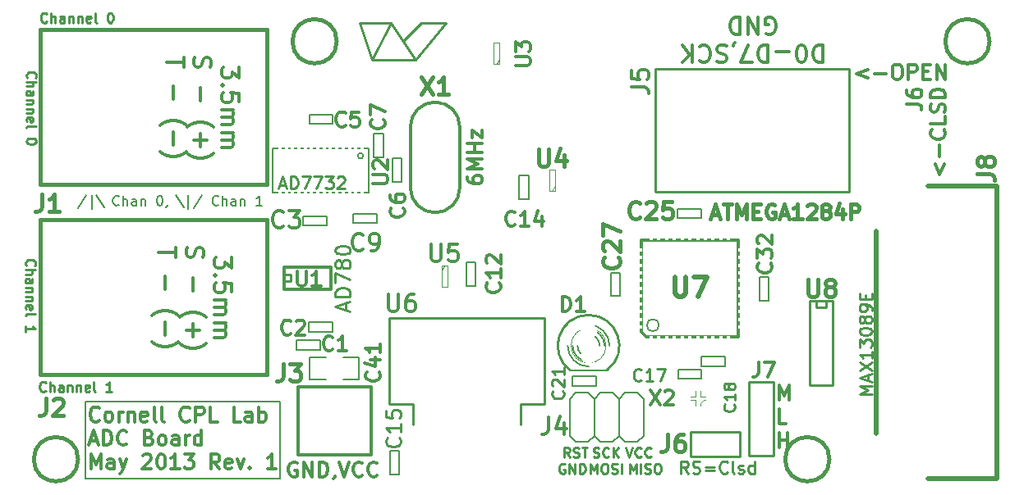
<source format=gto>
G04 (created by PCBNEW (2013-04-19 BZR 4011)-stable) date 23/05/2013 19:48:57*
%MOIN*%
G04 Gerber Fmt 3.4, Leading zero omitted, Abs format*
%FSLAX34Y34*%
G01*
G70*
G90*
G04 APERTURE LIST*
%ADD10C,0.006*%
%ADD11C,0.014*%
%ADD12C,0.012*%
%ADD13C,0.00787402*%
%ADD14C,0.013*%
%ADD15C,0.008*%
%ADD16C,0.01*%
%ADD17C,0.005*%
%ADD18C,0.003*%
%ADD19C,0.0125*%
%ADD20C,0.02*%
%ADD21C,0.015*%
%ADD22C,0.00393701*%
%ADD23R,0.0165X0.0579*%
%ADD24R,0.06X0.016*%
%ADD25R,0.016X0.06*%
%ADD26C,0.1*%
%ADD27R,0.0311024X0.0118*%
%ADD28R,0.026X0.08*%
%ADD29R,0.078X0.021*%
%ADD30R,0.06X0.08*%
%ADD31R,0.031X0.03*%
%ADD32R,0.03X0.031*%
%ADD33C,0.079*%
%ADD34C,0.075*%
%ADD35C,0.066*%
%ADD36C,0.056*%
%ADD37C,0.24*%
%ADD38R,0.079X0.079*%
%ADD39R,0.1X0.33*%
%ADD40R,0.065X0.13*%
%ADD41R,0.42X0.42*%
%ADD42C,0.102362*%
%ADD43R,0.0511811X0.0413386*%
%ADD44C,0.06*%
%ADD45C,0.16*%
%ADD46C,0.063*%
G04 APERTURE END LIST*
G54D10*
G54D11*
X75876Y-74413D02*
X75876Y-74846D01*
X75610Y-74613D01*
X75610Y-74713D01*
X75576Y-74780D01*
X75543Y-74813D01*
X75476Y-74846D01*
X75310Y-74846D01*
X75243Y-74813D01*
X75210Y-74780D01*
X75176Y-74713D01*
X75176Y-74513D01*
X75210Y-74446D01*
X75243Y-74413D01*
X75243Y-75146D02*
X75210Y-75180D01*
X75176Y-75146D01*
X75210Y-75113D01*
X75243Y-75146D01*
X75176Y-75146D01*
X75876Y-75813D02*
X75876Y-75480D01*
X75543Y-75446D01*
X75576Y-75480D01*
X75610Y-75546D01*
X75610Y-75713D01*
X75576Y-75780D01*
X75543Y-75813D01*
X75476Y-75846D01*
X75310Y-75846D01*
X75243Y-75813D01*
X75210Y-75780D01*
X75176Y-75713D01*
X75176Y-75546D01*
X75210Y-75480D01*
X75243Y-75446D01*
X75176Y-76146D02*
X75643Y-76146D01*
X75576Y-76146D02*
X75610Y-76180D01*
X75643Y-76246D01*
X75643Y-76346D01*
X75610Y-76413D01*
X75543Y-76446D01*
X75176Y-76446D01*
X75543Y-76446D02*
X75610Y-76480D01*
X75643Y-76546D01*
X75643Y-76646D01*
X75610Y-76713D01*
X75543Y-76746D01*
X75176Y-76746D01*
X75176Y-77080D02*
X75643Y-77080D01*
X75576Y-77080D02*
X75610Y-77113D01*
X75643Y-77180D01*
X75643Y-77280D01*
X75610Y-77346D01*
X75543Y-77380D01*
X75176Y-77380D01*
X75543Y-77380D02*
X75610Y-77413D01*
X75643Y-77480D01*
X75643Y-77580D01*
X75610Y-77646D01*
X75543Y-77680D01*
X75176Y-77680D01*
X74090Y-74013D02*
X74056Y-74113D01*
X74056Y-74280D01*
X74090Y-74346D01*
X74123Y-74380D01*
X74190Y-74413D01*
X74256Y-74413D01*
X74323Y-74380D01*
X74356Y-74346D01*
X74390Y-74280D01*
X74423Y-74146D01*
X74456Y-74080D01*
X74490Y-74046D01*
X74556Y-74013D01*
X74623Y-74013D01*
X74690Y-74046D01*
X74723Y-74080D01*
X74756Y-74146D01*
X74756Y-74313D01*
X74723Y-74413D01*
X74323Y-75246D02*
X74323Y-75780D01*
X73790Y-76846D02*
X73823Y-76813D01*
X73923Y-76746D01*
X73990Y-76713D01*
X74090Y-76680D01*
X74256Y-76646D01*
X74390Y-76646D01*
X74556Y-76680D01*
X74656Y-76713D01*
X74723Y-76746D01*
X74823Y-76813D01*
X74856Y-76846D01*
X74323Y-77113D02*
X74323Y-77646D01*
X74056Y-77380D02*
X74590Y-77380D01*
X73790Y-77913D02*
X73823Y-77946D01*
X73923Y-78013D01*
X73990Y-78046D01*
X74090Y-78080D01*
X74256Y-78113D01*
X74390Y-78113D01*
X74556Y-78080D01*
X74656Y-78046D01*
X74723Y-78013D01*
X74823Y-77946D01*
X74856Y-77913D01*
X73636Y-74013D02*
X73636Y-74413D01*
X72936Y-74213D02*
X73636Y-74213D01*
X73203Y-75180D02*
X73203Y-75713D01*
X72670Y-76780D02*
X72703Y-76746D01*
X72803Y-76680D01*
X72870Y-76646D01*
X72970Y-76613D01*
X73136Y-76580D01*
X73270Y-76580D01*
X73436Y-76613D01*
X73536Y-76646D01*
X73603Y-76680D01*
X73703Y-76746D01*
X73736Y-76780D01*
X73203Y-77046D02*
X73203Y-77580D01*
X72670Y-77846D02*
X72703Y-77880D01*
X72803Y-77946D01*
X72870Y-77980D01*
X72970Y-78013D01*
X73136Y-78046D01*
X73270Y-78046D01*
X73436Y-78013D01*
X73536Y-77980D01*
X73603Y-77946D01*
X73703Y-77880D01*
X73736Y-77846D01*
X76186Y-66663D02*
X76186Y-67096D01*
X75920Y-66863D01*
X75920Y-66963D01*
X75886Y-67030D01*
X75853Y-67063D01*
X75786Y-67096D01*
X75620Y-67096D01*
X75553Y-67063D01*
X75520Y-67030D01*
X75486Y-66963D01*
X75486Y-66763D01*
X75520Y-66696D01*
X75553Y-66663D01*
X75553Y-67396D02*
X75520Y-67430D01*
X75486Y-67396D01*
X75520Y-67363D01*
X75553Y-67396D01*
X75486Y-67396D01*
X76186Y-68063D02*
X76186Y-67730D01*
X75853Y-67696D01*
X75886Y-67730D01*
X75920Y-67796D01*
X75920Y-67963D01*
X75886Y-68030D01*
X75853Y-68063D01*
X75786Y-68096D01*
X75620Y-68096D01*
X75553Y-68063D01*
X75520Y-68030D01*
X75486Y-67963D01*
X75486Y-67796D01*
X75520Y-67730D01*
X75553Y-67696D01*
X75486Y-68396D02*
X75953Y-68396D01*
X75886Y-68396D02*
X75920Y-68430D01*
X75953Y-68496D01*
X75953Y-68596D01*
X75920Y-68663D01*
X75853Y-68696D01*
X75486Y-68696D01*
X75853Y-68696D02*
X75920Y-68730D01*
X75953Y-68796D01*
X75953Y-68896D01*
X75920Y-68963D01*
X75853Y-68996D01*
X75486Y-68996D01*
X75486Y-69330D02*
X75953Y-69330D01*
X75886Y-69330D02*
X75920Y-69363D01*
X75953Y-69430D01*
X75953Y-69530D01*
X75920Y-69596D01*
X75853Y-69630D01*
X75486Y-69630D01*
X75853Y-69630D02*
X75920Y-69663D01*
X75953Y-69730D01*
X75953Y-69830D01*
X75920Y-69896D01*
X75853Y-69930D01*
X75486Y-69930D01*
X74400Y-66263D02*
X74366Y-66363D01*
X74366Y-66530D01*
X74400Y-66596D01*
X74433Y-66630D01*
X74500Y-66663D01*
X74566Y-66663D01*
X74633Y-66630D01*
X74666Y-66596D01*
X74700Y-66530D01*
X74733Y-66396D01*
X74766Y-66330D01*
X74800Y-66296D01*
X74866Y-66263D01*
X74933Y-66263D01*
X75000Y-66296D01*
X75033Y-66330D01*
X75066Y-66396D01*
X75066Y-66563D01*
X75033Y-66663D01*
X74633Y-67496D02*
X74633Y-68030D01*
X74100Y-69096D02*
X74133Y-69063D01*
X74233Y-68996D01*
X74300Y-68963D01*
X74400Y-68930D01*
X74566Y-68896D01*
X74700Y-68896D01*
X74866Y-68930D01*
X74966Y-68963D01*
X75033Y-68996D01*
X75133Y-69063D01*
X75166Y-69096D01*
X74633Y-69363D02*
X74633Y-69896D01*
X74366Y-69630D02*
X74900Y-69630D01*
X74100Y-70163D02*
X74133Y-70196D01*
X74233Y-70263D01*
X74300Y-70296D01*
X74400Y-70330D01*
X74566Y-70363D01*
X74700Y-70363D01*
X74866Y-70330D01*
X74966Y-70296D01*
X75033Y-70263D01*
X75133Y-70196D01*
X75166Y-70163D01*
X73946Y-66263D02*
X73946Y-66663D01*
X73246Y-66463D02*
X73946Y-66463D01*
X73513Y-67430D02*
X73513Y-67963D01*
X72980Y-69030D02*
X73013Y-68996D01*
X73113Y-68930D01*
X73180Y-68896D01*
X73280Y-68863D01*
X73446Y-68830D01*
X73580Y-68830D01*
X73746Y-68863D01*
X73846Y-68896D01*
X73913Y-68930D01*
X74013Y-68996D01*
X74046Y-69030D01*
X73513Y-69296D02*
X73513Y-69830D01*
X72980Y-70096D02*
X73013Y-70130D01*
X73113Y-70196D01*
X73180Y-70230D01*
X73280Y-70263D01*
X73446Y-70296D01*
X73580Y-70296D01*
X73746Y-70263D01*
X73846Y-70230D01*
X73913Y-70196D01*
X74013Y-70130D01*
X74046Y-70096D01*
G54D12*
X103302Y-68164D02*
X103731Y-68164D01*
X103817Y-68192D01*
X103874Y-68250D01*
X103902Y-68335D01*
X103902Y-68392D01*
X103302Y-67621D02*
X103302Y-67735D01*
X103331Y-67792D01*
X103360Y-67821D01*
X103445Y-67878D01*
X103560Y-67907D01*
X103788Y-67907D01*
X103845Y-67878D01*
X103874Y-67850D01*
X103902Y-67792D01*
X103902Y-67678D01*
X103874Y-67621D01*
X103845Y-67592D01*
X103788Y-67564D01*
X103645Y-67564D01*
X103588Y-67592D01*
X103560Y-67621D01*
X103531Y-67678D01*
X103531Y-67792D01*
X103560Y-67850D01*
X103588Y-67878D01*
X103645Y-67907D01*
X104462Y-70592D02*
X104634Y-71050D01*
X104805Y-70592D01*
X104634Y-70307D02*
X104634Y-69850D01*
X104805Y-69221D02*
X104834Y-69250D01*
X104862Y-69335D01*
X104862Y-69392D01*
X104834Y-69478D01*
X104777Y-69535D01*
X104720Y-69564D01*
X104605Y-69592D01*
X104520Y-69592D01*
X104405Y-69564D01*
X104348Y-69535D01*
X104291Y-69478D01*
X104262Y-69392D01*
X104262Y-69335D01*
X104291Y-69250D01*
X104320Y-69221D01*
X104862Y-68678D02*
X104862Y-68964D01*
X104262Y-68964D01*
X104834Y-68507D02*
X104862Y-68421D01*
X104862Y-68278D01*
X104834Y-68221D01*
X104805Y-68192D01*
X104748Y-68164D01*
X104691Y-68164D01*
X104634Y-68192D01*
X104605Y-68221D01*
X104577Y-68278D01*
X104548Y-68392D01*
X104520Y-68450D01*
X104491Y-68478D01*
X104434Y-68507D01*
X104377Y-68507D01*
X104320Y-68478D01*
X104291Y-68450D01*
X104262Y-68392D01*
X104262Y-68250D01*
X104291Y-68164D01*
X104862Y-67907D02*
X104262Y-67907D01*
X104262Y-67764D01*
X104291Y-67678D01*
X104348Y-67621D01*
X104405Y-67592D01*
X104520Y-67564D01*
X104605Y-67564D01*
X104720Y-67592D01*
X104777Y-67621D01*
X104834Y-67678D01*
X104862Y-67764D01*
X104862Y-67907D01*
X101707Y-66762D02*
X101250Y-66934D01*
X101707Y-67105D01*
X101992Y-66934D02*
X102450Y-66934D01*
X102850Y-66562D02*
X102964Y-66562D01*
X103021Y-66591D01*
X103078Y-66648D01*
X103107Y-66762D01*
X103107Y-66962D01*
X103078Y-67077D01*
X103021Y-67134D01*
X102964Y-67162D01*
X102850Y-67162D01*
X102792Y-67134D01*
X102735Y-67077D01*
X102707Y-66962D01*
X102707Y-66762D01*
X102735Y-66648D01*
X102792Y-66591D01*
X102850Y-66562D01*
X103364Y-67162D02*
X103364Y-66562D01*
X103592Y-66562D01*
X103650Y-66591D01*
X103678Y-66620D01*
X103707Y-66677D01*
X103707Y-66762D01*
X103678Y-66820D01*
X103650Y-66848D01*
X103592Y-66877D01*
X103364Y-66877D01*
X103964Y-66848D02*
X104164Y-66848D01*
X104250Y-67162D02*
X103964Y-67162D01*
X103964Y-66562D01*
X104250Y-66562D01*
X104507Y-67162D02*
X104507Y-66562D01*
X104850Y-67162D01*
X104850Y-66562D01*
G54D11*
X99903Y-65766D02*
X99903Y-66466D01*
X99736Y-66466D01*
X99636Y-66433D01*
X99569Y-66366D01*
X99536Y-66300D01*
X99503Y-66166D01*
X99503Y-66066D01*
X99536Y-65933D01*
X99569Y-65866D01*
X99636Y-65800D01*
X99736Y-65766D01*
X99903Y-65766D01*
X99069Y-66466D02*
X99003Y-66466D01*
X98936Y-66433D01*
X98903Y-66400D01*
X98869Y-66333D01*
X98836Y-66200D01*
X98836Y-66033D01*
X98869Y-65900D01*
X98903Y-65833D01*
X98936Y-65800D01*
X99003Y-65766D01*
X99069Y-65766D01*
X99136Y-65800D01*
X99169Y-65833D01*
X99203Y-65900D01*
X99236Y-66033D01*
X99236Y-66200D01*
X99203Y-66333D01*
X99169Y-66400D01*
X99136Y-66433D01*
X99069Y-66466D01*
X98536Y-66033D02*
X98003Y-66033D01*
X97670Y-65766D02*
X97670Y-66466D01*
X97503Y-66466D01*
X97403Y-66433D01*
X97336Y-66366D01*
X97303Y-66300D01*
X97270Y-66166D01*
X97270Y-66066D01*
X97303Y-65933D01*
X97336Y-65866D01*
X97403Y-65800D01*
X97503Y-65766D01*
X97670Y-65766D01*
X97036Y-66466D02*
X96570Y-66466D01*
X96870Y-65766D01*
X96270Y-65800D02*
X96270Y-65766D01*
X96303Y-65700D01*
X96336Y-65666D01*
X96003Y-65800D02*
X95903Y-65766D01*
X95736Y-65766D01*
X95670Y-65800D01*
X95636Y-65833D01*
X95603Y-65900D01*
X95603Y-65966D01*
X95636Y-66033D01*
X95670Y-66066D01*
X95736Y-66100D01*
X95870Y-66133D01*
X95936Y-66166D01*
X95970Y-66200D01*
X96003Y-66266D01*
X96003Y-66333D01*
X95970Y-66400D01*
X95936Y-66433D01*
X95870Y-66466D01*
X95703Y-66466D01*
X95603Y-66433D01*
X94903Y-65833D02*
X94936Y-65800D01*
X95036Y-65766D01*
X95103Y-65766D01*
X95203Y-65800D01*
X95270Y-65866D01*
X95303Y-65933D01*
X95336Y-66066D01*
X95336Y-66166D01*
X95303Y-66300D01*
X95270Y-66366D01*
X95203Y-66433D01*
X95103Y-66466D01*
X95036Y-66466D01*
X94936Y-66433D01*
X94903Y-66400D01*
X94603Y-65766D02*
X94603Y-66466D01*
X94203Y-65766D02*
X94503Y-66166D01*
X94203Y-66466D02*
X94603Y-66066D01*
X97603Y-65313D02*
X97670Y-65346D01*
X97770Y-65346D01*
X97870Y-65313D01*
X97936Y-65246D01*
X97970Y-65180D01*
X98003Y-65046D01*
X98003Y-64946D01*
X97970Y-64813D01*
X97936Y-64746D01*
X97870Y-64680D01*
X97770Y-64646D01*
X97703Y-64646D01*
X97603Y-64680D01*
X97570Y-64713D01*
X97570Y-64946D01*
X97703Y-64946D01*
X97270Y-64646D02*
X97270Y-65346D01*
X96870Y-64646D01*
X96870Y-65346D01*
X96536Y-64646D02*
X96536Y-65346D01*
X96369Y-65346D01*
X96269Y-65313D01*
X96203Y-65246D01*
X96169Y-65180D01*
X96136Y-65046D01*
X96136Y-64946D01*
X96169Y-64813D01*
X96203Y-64746D01*
X96269Y-64680D01*
X96369Y-64646D01*
X96536Y-64646D01*
G54D13*
X69970Y-80260D02*
X69970Y-80340D01*
X77870Y-80260D02*
X69970Y-80260D01*
X77870Y-83400D02*
X77870Y-80260D01*
X69970Y-83400D02*
X77870Y-83400D01*
X69970Y-80290D02*
X69970Y-83400D01*
G54D12*
X70515Y-81035D02*
X70487Y-81064D01*
X70401Y-81092D01*
X70344Y-81092D01*
X70258Y-81064D01*
X70201Y-81007D01*
X70172Y-80950D01*
X70144Y-80835D01*
X70144Y-80750D01*
X70172Y-80635D01*
X70201Y-80578D01*
X70258Y-80521D01*
X70344Y-80492D01*
X70401Y-80492D01*
X70487Y-80521D01*
X70515Y-80550D01*
X70858Y-81092D02*
X70801Y-81064D01*
X70772Y-81035D01*
X70744Y-80978D01*
X70744Y-80807D01*
X70772Y-80750D01*
X70801Y-80721D01*
X70858Y-80692D01*
X70944Y-80692D01*
X71001Y-80721D01*
X71030Y-80750D01*
X71058Y-80807D01*
X71058Y-80978D01*
X71030Y-81035D01*
X71001Y-81064D01*
X70944Y-81092D01*
X70858Y-81092D01*
X71315Y-81092D02*
X71315Y-80692D01*
X71315Y-80807D02*
X71344Y-80750D01*
X71372Y-80721D01*
X71430Y-80692D01*
X71487Y-80692D01*
X71687Y-80692D02*
X71687Y-81092D01*
X71687Y-80750D02*
X71715Y-80721D01*
X71772Y-80692D01*
X71858Y-80692D01*
X71915Y-80721D01*
X71944Y-80778D01*
X71944Y-81092D01*
X72458Y-81064D02*
X72401Y-81092D01*
X72287Y-81092D01*
X72230Y-81064D01*
X72201Y-81007D01*
X72201Y-80778D01*
X72230Y-80721D01*
X72287Y-80692D01*
X72401Y-80692D01*
X72458Y-80721D01*
X72487Y-80778D01*
X72487Y-80835D01*
X72201Y-80892D01*
X72830Y-81092D02*
X72772Y-81064D01*
X72744Y-81007D01*
X72744Y-80492D01*
X73144Y-81092D02*
X73087Y-81064D01*
X73058Y-81007D01*
X73058Y-80492D01*
X74172Y-81035D02*
X74144Y-81064D01*
X74058Y-81092D01*
X74001Y-81092D01*
X73915Y-81064D01*
X73858Y-81007D01*
X73830Y-80950D01*
X73801Y-80835D01*
X73801Y-80750D01*
X73830Y-80635D01*
X73858Y-80578D01*
X73915Y-80521D01*
X74001Y-80492D01*
X74058Y-80492D01*
X74144Y-80521D01*
X74172Y-80550D01*
X74430Y-81092D02*
X74430Y-80492D01*
X74658Y-80492D01*
X74715Y-80521D01*
X74744Y-80550D01*
X74772Y-80607D01*
X74772Y-80692D01*
X74744Y-80750D01*
X74715Y-80778D01*
X74658Y-80807D01*
X74430Y-80807D01*
X75315Y-81092D02*
X75030Y-81092D01*
X75030Y-80492D01*
X76258Y-81092D02*
X75972Y-81092D01*
X75972Y-80492D01*
X76715Y-81092D02*
X76715Y-80778D01*
X76687Y-80721D01*
X76630Y-80692D01*
X76515Y-80692D01*
X76458Y-80721D01*
X76715Y-81064D02*
X76658Y-81092D01*
X76515Y-81092D01*
X76458Y-81064D01*
X76430Y-81007D01*
X76430Y-80950D01*
X76458Y-80892D01*
X76515Y-80864D01*
X76658Y-80864D01*
X76715Y-80835D01*
X77001Y-81092D02*
X77001Y-80492D01*
X77001Y-80721D02*
X77058Y-80692D01*
X77172Y-80692D01*
X77230Y-80721D01*
X77258Y-80750D01*
X77287Y-80807D01*
X77287Y-80978D01*
X77258Y-81035D01*
X77230Y-81064D01*
X77172Y-81092D01*
X77058Y-81092D01*
X77001Y-81064D01*
X70144Y-81881D02*
X70430Y-81881D01*
X70087Y-82052D02*
X70287Y-81452D01*
X70487Y-82052D01*
X70687Y-82052D02*
X70687Y-81452D01*
X70830Y-81452D01*
X70915Y-81481D01*
X70972Y-81538D01*
X71001Y-81595D01*
X71030Y-81710D01*
X71030Y-81795D01*
X71001Y-81910D01*
X70972Y-81967D01*
X70915Y-82024D01*
X70830Y-82052D01*
X70687Y-82052D01*
X71630Y-81995D02*
X71601Y-82024D01*
X71515Y-82052D01*
X71458Y-82052D01*
X71372Y-82024D01*
X71315Y-81967D01*
X71287Y-81910D01*
X71258Y-81795D01*
X71258Y-81710D01*
X71287Y-81595D01*
X71315Y-81538D01*
X71372Y-81481D01*
X71458Y-81452D01*
X71515Y-81452D01*
X71601Y-81481D01*
X71630Y-81510D01*
X72544Y-81738D02*
X72630Y-81767D01*
X72658Y-81795D01*
X72687Y-81852D01*
X72687Y-81938D01*
X72658Y-81995D01*
X72630Y-82024D01*
X72572Y-82052D01*
X72344Y-82052D01*
X72344Y-81452D01*
X72544Y-81452D01*
X72601Y-81481D01*
X72630Y-81510D01*
X72658Y-81567D01*
X72658Y-81624D01*
X72630Y-81681D01*
X72601Y-81710D01*
X72544Y-81738D01*
X72344Y-81738D01*
X73030Y-82052D02*
X72972Y-82024D01*
X72944Y-81995D01*
X72915Y-81938D01*
X72915Y-81767D01*
X72944Y-81710D01*
X72972Y-81681D01*
X73030Y-81652D01*
X73115Y-81652D01*
X73172Y-81681D01*
X73201Y-81710D01*
X73230Y-81767D01*
X73230Y-81938D01*
X73201Y-81995D01*
X73172Y-82024D01*
X73115Y-82052D01*
X73030Y-82052D01*
X73744Y-82052D02*
X73744Y-81738D01*
X73715Y-81681D01*
X73658Y-81652D01*
X73544Y-81652D01*
X73487Y-81681D01*
X73744Y-82024D02*
X73687Y-82052D01*
X73544Y-82052D01*
X73487Y-82024D01*
X73458Y-81967D01*
X73458Y-81910D01*
X73487Y-81852D01*
X73544Y-81824D01*
X73687Y-81824D01*
X73744Y-81795D01*
X74030Y-82052D02*
X74030Y-81652D01*
X74030Y-81767D02*
X74058Y-81710D01*
X74087Y-81681D01*
X74144Y-81652D01*
X74201Y-81652D01*
X74658Y-82052D02*
X74658Y-81452D01*
X74658Y-82024D02*
X74601Y-82052D01*
X74487Y-82052D01*
X74430Y-82024D01*
X74401Y-81995D01*
X74372Y-81938D01*
X74372Y-81767D01*
X74401Y-81710D01*
X74430Y-81681D01*
X74487Y-81652D01*
X74601Y-81652D01*
X74658Y-81681D01*
X70172Y-83012D02*
X70172Y-82412D01*
X70372Y-82841D01*
X70572Y-82412D01*
X70572Y-83012D01*
X71115Y-83012D02*
X71115Y-82698D01*
X71087Y-82641D01*
X71030Y-82612D01*
X70915Y-82612D01*
X70858Y-82641D01*
X71115Y-82984D02*
X71058Y-83012D01*
X70915Y-83012D01*
X70858Y-82984D01*
X70830Y-82927D01*
X70830Y-82870D01*
X70858Y-82812D01*
X70915Y-82784D01*
X71058Y-82784D01*
X71115Y-82755D01*
X71344Y-82612D02*
X71487Y-83012D01*
X71630Y-82612D02*
X71487Y-83012D01*
X71430Y-83155D01*
X71401Y-83184D01*
X71344Y-83212D01*
X72287Y-82470D02*
X72315Y-82441D01*
X72372Y-82412D01*
X72515Y-82412D01*
X72572Y-82441D01*
X72601Y-82470D01*
X72630Y-82527D01*
X72630Y-82584D01*
X72601Y-82670D01*
X72258Y-83012D01*
X72630Y-83012D01*
X73001Y-82412D02*
X73058Y-82412D01*
X73115Y-82441D01*
X73144Y-82470D01*
X73172Y-82527D01*
X73201Y-82641D01*
X73201Y-82784D01*
X73172Y-82898D01*
X73144Y-82955D01*
X73115Y-82984D01*
X73058Y-83012D01*
X73001Y-83012D01*
X72944Y-82984D01*
X72915Y-82955D01*
X72887Y-82898D01*
X72858Y-82784D01*
X72858Y-82641D01*
X72887Y-82527D01*
X72915Y-82470D01*
X72944Y-82441D01*
X73001Y-82412D01*
X73772Y-83012D02*
X73430Y-83012D01*
X73601Y-83012D02*
X73601Y-82412D01*
X73544Y-82498D01*
X73487Y-82555D01*
X73430Y-82584D01*
X73972Y-82412D02*
X74344Y-82412D01*
X74144Y-82641D01*
X74230Y-82641D01*
X74287Y-82670D01*
X74315Y-82698D01*
X74344Y-82755D01*
X74344Y-82898D01*
X74315Y-82955D01*
X74287Y-82984D01*
X74230Y-83012D01*
X74058Y-83012D01*
X74001Y-82984D01*
X73972Y-82955D01*
X75401Y-83012D02*
X75201Y-82727D01*
X75058Y-83012D02*
X75058Y-82412D01*
X75287Y-82412D01*
X75344Y-82441D01*
X75372Y-82470D01*
X75401Y-82527D01*
X75401Y-82612D01*
X75372Y-82670D01*
X75344Y-82698D01*
X75287Y-82727D01*
X75058Y-82727D01*
X75887Y-82984D02*
X75830Y-83012D01*
X75715Y-83012D01*
X75658Y-82984D01*
X75630Y-82927D01*
X75630Y-82698D01*
X75658Y-82641D01*
X75715Y-82612D01*
X75830Y-82612D01*
X75887Y-82641D01*
X75915Y-82698D01*
X75915Y-82755D01*
X75630Y-82812D01*
X76115Y-82612D02*
X76258Y-83012D01*
X76401Y-82612D01*
X76630Y-82955D02*
X76658Y-82984D01*
X76630Y-83012D01*
X76601Y-82984D01*
X76630Y-82955D01*
X76630Y-83012D01*
X77687Y-83012D02*
X77344Y-83012D01*
X77515Y-83012D02*
X77515Y-82412D01*
X77458Y-82498D01*
X77401Y-82555D01*
X77344Y-82584D01*
G54D14*
X98112Y-80212D02*
X98112Y-79612D01*
X98312Y-80041D01*
X98512Y-79612D01*
X98512Y-80212D01*
X98398Y-81182D02*
X98112Y-81182D01*
X98112Y-80582D01*
X98112Y-82152D02*
X98112Y-81552D01*
X98112Y-81838D02*
X98455Y-81838D01*
X98455Y-82152D02*
X98455Y-81552D01*
G54D15*
X70000Y-71882D02*
X69657Y-72397D01*
X70229Y-72435D02*
X70229Y-71863D01*
X70381Y-71863D02*
X70724Y-72378D01*
X71314Y-72263D02*
X71295Y-72282D01*
X71238Y-72301D01*
X71200Y-72301D01*
X71143Y-72282D01*
X71105Y-72244D01*
X71086Y-72206D01*
X71067Y-72130D01*
X71067Y-72073D01*
X71086Y-71997D01*
X71105Y-71959D01*
X71143Y-71920D01*
X71200Y-71901D01*
X71238Y-71901D01*
X71295Y-71920D01*
X71314Y-71940D01*
X71486Y-72301D02*
X71486Y-71901D01*
X71657Y-72301D02*
X71657Y-72092D01*
X71638Y-72054D01*
X71600Y-72035D01*
X71543Y-72035D01*
X71505Y-72054D01*
X71486Y-72073D01*
X72019Y-72301D02*
X72019Y-72092D01*
X72000Y-72054D01*
X71962Y-72035D01*
X71886Y-72035D01*
X71848Y-72054D01*
X72019Y-72282D02*
X71981Y-72301D01*
X71886Y-72301D01*
X71848Y-72282D01*
X71829Y-72244D01*
X71829Y-72206D01*
X71848Y-72168D01*
X71886Y-72149D01*
X71981Y-72149D01*
X72019Y-72130D01*
X72210Y-72035D02*
X72210Y-72301D01*
X72210Y-72073D02*
X72229Y-72054D01*
X72267Y-72035D01*
X72324Y-72035D01*
X72362Y-72054D01*
X72381Y-72092D01*
X72381Y-72301D01*
X72952Y-71901D02*
X72990Y-71901D01*
X73029Y-71920D01*
X73048Y-71940D01*
X73067Y-71978D01*
X73086Y-72054D01*
X73086Y-72149D01*
X73067Y-72225D01*
X73048Y-72263D01*
X73029Y-72282D01*
X72990Y-72301D01*
X72952Y-72301D01*
X72914Y-72282D01*
X72895Y-72263D01*
X72876Y-72225D01*
X72857Y-72149D01*
X72857Y-72054D01*
X72876Y-71978D01*
X72895Y-71940D01*
X72914Y-71920D01*
X72952Y-71901D01*
X73276Y-72282D02*
X73276Y-72301D01*
X73257Y-72340D01*
X73238Y-72359D01*
X73619Y-71863D02*
X73962Y-72378D01*
X74114Y-72435D02*
X74114Y-71863D01*
X74686Y-71882D02*
X74343Y-72397D01*
X75352Y-72263D02*
X75333Y-72282D01*
X75276Y-72301D01*
X75238Y-72301D01*
X75181Y-72282D01*
X75143Y-72244D01*
X75124Y-72206D01*
X75105Y-72130D01*
X75105Y-72073D01*
X75124Y-71997D01*
X75143Y-71959D01*
X75181Y-71920D01*
X75238Y-71901D01*
X75276Y-71901D01*
X75333Y-71920D01*
X75352Y-71940D01*
X75524Y-72301D02*
X75524Y-71901D01*
X75695Y-72301D02*
X75695Y-72092D01*
X75676Y-72054D01*
X75638Y-72035D01*
X75581Y-72035D01*
X75543Y-72054D01*
X75524Y-72073D01*
X76057Y-72301D02*
X76057Y-72092D01*
X76038Y-72054D01*
X76000Y-72035D01*
X75924Y-72035D01*
X75886Y-72054D01*
X76057Y-72282D02*
X76019Y-72301D01*
X75924Y-72301D01*
X75886Y-72282D01*
X75867Y-72244D01*
X75867Y-72206D01*
X75886Y-72168D01*
X75924Y-72149D01*
X76019Y-72149D01*
X76057Y-72130D01*
X76248Y-72035D02*
X76248Y-72301D01*
X76248Y-72073D02*
X76267Y-72054D01*
X76305Y-72035D01*
X76362Y-72035D01*
X76400Y-72054D01*
X76419Y-72092D01*
X76419Y-72301D01*
X77124Y-72301D02*
X76895Y-72301D01*
X77010Y-72301D02*
X77010Y-71901D01*
X76971Y-71959D01*
X76933Y-71997D01*
X76895Y-72016D01*
G54D16*
X68340Y-79833D02*
X68321Y-79852D01*
X68264Y-79871D01*
X68226Y-79871D01*
X68169Y-79852D01*
X68131Y-79814D01*
X68112Y-79776D01*
X68093Y-79700D01*
X68093Y-79643D01*
X68112Y-79567D01*
X68131Y-79529D01*
X68169Y-79490D01*
X68226Y-79471D01*
X68264Y-79471D01*
X68321Y-79490D01*
X68340Y-79510D01*
X68512Y-79871D02*
X68512Y-79471D01*
X68683Y-79871D02*
X68683Y-79662D01*
X68664Y-79624D01*
X68626Y-79605D01*
X68569Y-79605D01*
X68531Y-79624D01*
X68512Y-79643D01*
X69045Y-79871D02*
X69045Y-79662D01*
X69026Y-79624D01*
X68988Y-79605D01*
X68912Y-79605D01*
X68874Y-79624D01*
X69045Y-79852D02*
X69007Y-79871D01*
X68912Y-79871D01*
X68874Y-79852D01*
X68855Y-79814D01*
X68855Y-79776D01*
X68874Y-79738D01*
X68912Y-79719D01*
X69007Y-79719D01*
X69045Y-79700D01*
X69236Y-79605D02*
X69236Y-79871D01*
X69236Y-79643D02*
X69255Y-79624D01*
X69293Y-79605D01*
X69350Y-79605D01*
X69388Y-79624D01*
X69407Y-79662D01*
X69407Y-79871D01*
X69598Y-79605D02*
X69598Y-79871D01*
X69598Y-79643D02*
X69617Y-79624D01*
X69655Y-79605D01*
X69712Y-79605D01*
X69750Y-79624D01*
X69769Y-79662D01*
X69769Y-79871D01*
X70112Y-79852D02*
X70074Y-79871D01*
X69998Y-79871D01*
X69960Y-79852D01*
X69940Y-79814D01*
X69940Y-79662D01*
X69960Y-79624D01*
X69998Y-79605D01*
X70074Y-79605D01*
X70112Y-79624D01*
X70131Y-79662D01*
X70131Y-79700D01*
X69940Y-79738D01*
X70360Y-79871D02*
X70321Y-79852D01*
X70302Y-79814D01*
X70302Y-79471D01*
X71026Y-79871D02*
X70798Y-79871D01*
X70912Y-79871D02*
X70912Y-79471D01*
X70874Y-79529D01*
X70836Y-79567D01*
X70798Y-79586D01*
X67566Y-74750D02*
X67547Y-74731D01*
X67528Y-74674D01*
X67528Y-74636D01*
X67547Y-74579D01*
X67585Y-74541D01*
X67623Y-74522D01*
X67699Y-74503D01*
X67756Y-74503D01*
X67832Y-74522D01*
X67870Y-74541D01*
X67909Y-74579D01*
X67928Y-74636D01*
X67928Y-74674D01*
X67909Y-74731D01*
X67890Y-74750D01*
X67528Y-74922D02*
X67928Y-74922D01*
X67528Y-75093D02*
X67737Y-75093D01*
X67775Y-75074D01*
X67794Y-75036D01*
X67794Y-74979D01*
X67775Y-74941D01*
X67756Y-74922D01*
X67528Y-75455D02*
X67737Y-75455D01*
X67775Y-75436D01*
X67794Y-75398D01*
X67794Y-75322D01*
X67775Y-75284D01*
X67547Y-75455D02*
X67528Y-75417D01*
X67528Y-75322D01*
X67547Y-75284D01*
X67585Y-75265D01*
X67623Y-75265D01*
X67661Y-75284D01*
X67680Y-75322D01*
X67680Y-75417D01*
X67699Y-75455D01*
X67794Y-75646D02*
X67528Y-75646D01*
X67756Y-75646D02*
X67775Y-75665D01*
X67794Y-75703D01*
X67794Y-75760D01*
X67775Y-75798D01*
X67737Y-75817D01*
X67528Y-75817D01*
X67794Y-76008D02*
X67528Y-76008D01*
X67756Y-76008D02*
X67775Y-76027D01*
X67794Y-76065D01*
X67794Y-76122D01*
X67775Y-76160D01*
X67737Y-76179D01*
X67528Y-76179D01*
X67547Y-76522D02*
X67528Y-76484D01*
X67528Y-76408D01*
X67547Y-76370D01*
X67585Y-76350D01*
X67737Y-76350D01*
X67775Y-76370D01*
X67794Y-76408D01*
X67794Y-76484D01*
X67775Y-76522D01*
X67737Y-76541D01*
X67699Y-76541D01*
X67661Y-76350D01*
X67528Y-76770D02*
X67547Y-76731D01*
X67585Y-76712D01*
X67928Y-76712D01*
X67528Y-77436D02*
X67528Y-77208D01*
X67528Y-77322D02*
X67928Y-77322D01*
X67870Y-77284D01*
X67832Y-77246D01*
X67813Y-77208D01*
X68390Y-64823D02*
X68371Y-64842D01*
X68314Y-64861D01*
X68276Y-64861D01*
X68219Y-64842D01*
X68181Y-64804D01*
X68162Y-64766D01*
X68143Y-64690D01*
X68143Y-64633D01*
X68162Y-64557D01*
X68181Y-64519D01*
X68219Y-64480D01*
X68276Y-64461D01*
X68314Y-64461D01*
X68371Y-64480D01*
X68390Y-64500D01*
X68562Y-64861D02*
X68562Y-64461D01*
X68733Y-64861D02*
X68733Y-64652D01*
X68714Y-64614D01*
X68676Y-64595D01*
X68619Y-64595D01*
X68581Y-64614D01*
X68562Y-64633D01*
X69095Y-64861D02*
X69095Y-64652D01*
X69076Y-64614D01*
X69038Y-64595D01*
X68962Y-64595D01*
X68924Y-64614D01*
X69095Y-64842D02*
X69057Y-64861D01*
X68962Y-64861D01*
X68924Y-64842D01*
X68905Y-64804D01*
X68905Y-64766D01*
X68924Y-64728D01*
X68962Y-64709D01*
X69057Y-64709D01*
X69095Y-64690D01*
X69286Y-64595D02*
X69286Y-64861D01*
X69286Y-64633D02*
X69305Y-64614D01*
X69343Y-64595D01*
X69400Y-64595D01*
X69438Y-64614D01*
X69457Y-64652D01*
X69457Y-64861D01*
X69648Y-64595D02*
X69648Y-64861D01*
X69648Y-64633D02*
X69667Y-64614D01*
X69705Y-64595D01*
X69762Y-64595D01*
X69800Y-64614D01*
X69819Y-64652D01*
X69819Y-64861D01*
X70162Y-64842D02*
X70124Y-64861D01*
X70048Y-64861D01*
X70010Y-64842D01*
X69990Y-64804D01*
X69990Y-64652D01*
X70010Y-64614D01*
X70048Y-64595D01*
X70124Y-64595D01*
X70162Y-64614D01*
X70181Y-64652D01*
X70181Y-64690D01*
X69990Y-64728D01*
X70410Y-64861D02*
X70371Y-64842D01*
X70352Y-64804D01*
X70352Y-64461D01*
X70943Y-64461D02*
X70981Y-64461D01*
X71019Y-64480D01*
X71038Y-64500D01*
X71057Y-64538D01*
X71076Y-64614D01*
X71076Y-64709D01*
X71057Y-64785D01*
X71038Y-64823D01*
X71019Y-64842D01*
X70981Y-64861D01*
X70943Y-64861D01*
X70905Y-64842D01*
X70886Y-64823D01*
X70867Y-64785D01*
X70848Y-64709D01*
X70848Y-64614D01*
X70867Y-64538D01*
X70886Y-64500D01*
X70905Y-64480D01*
X70943Y-64461D01*
X67596Y-67110D02*
X67577Y-67091D01*
X67558Y-67034D01*
X67558Y-66996D01*
X67577Y-66939D01*
X67615Y-66901D01*
X67653Y-66882D01*
X67729Y-66863D01*
X67786Y-66863D01*
X67862Y-66882D01*
X67900Y-66901D01*
X67939Y-66939D01*
X67958Y-66996D01*
X67958Y-67034D01*
X67939Y-67091D01*
X67920Y-67110D01*
X67558Y-67282D02*
X67958Y-67282D01*
X67558Y-67453D02*
X67767Y-67453D01*
X67805Y-67434D01*
X67824Y-67396D01*
X67824Y-67339D01*
X67805Y-67301D01*
X67786Y-67282D01*
X67558Y-67815D02*
X67767Y-67815D01*
X67805Y-67796D01*
X67824Y-67758D01*
X67824Y-67682D01*
X67805Y-67644D01*
X67577Y-67815D02*
X67558Y-67777D01*
X67558Y-67682D01*
X67577Y-67644D01*
X67615Y-67625D01*
X67653Y-67625D01*
X67691Y-67644D01*
X67710Y-67682D01*
X67710Y-67777D01*
X67729Y-67815D01*
X67824Y-68006D02*
X67558Y-68006D01*
X67786Y-68006D02*
X67805Y-68025D01*
X67824Y-68063D01*
X67824Y-68120D01*
X67805Y-68158D01*
X67767Y-68177D01*
X67558Y-68177D01*
X67824Y-68368D02*
X67558Y-68368D01*
X67786Y-68368D02*
X67805Y-68387D01*
X67824Y-68425D01*
X67824Y-68482D01*
X67805Y-68520D01*
X67767Y-68539D01*
X67558Y-68539D01*
X67577Y-68882D02*
X67558Y-68844D01*
X67558Y-68768D01*
X67577Y-68730D01*
X67615Y-68710D01*
X67767Y-68710D01*
X67805Y-68730D01*
X67824Y-68768D01*
X67824Y-68844D01*
X67805Y-68882D01*
X67767Y-68901D01*
X67729Y-68901D01*
X67691Y-68710D01*
X67558Y-69130D02*
X67577Y-69091D01*
X67615Y-69072D01*
X67958Y-69072D01*
X67958Y-69663D02*
X67958Y-69701D01*
X67939Y-69739D01*
X67920Y-69758D01*
X67881Y-69777D01*
X67805Y-69796D01*
X67710Y-69796D01*
X67634Y-69777D01*
X67596Y-69758D01*
X67577Y-69739D01*
X67558Y-69701D01*
X67558Y-69663D01*
X67577Y-69625D01*
X67596Y-69606D01*
X67634Y-69587D01*
X67710Y-69568D01*
X67805Y-69568D01*
X67881Y-69587D01*
X67920Y-69606D01*
X67939Y-69625D01*
X67958Y-69663D01*
G54D12*
X78542Y-82761D02*
X78485Y-82732D01*
X78400Y-82732D01*
X78314Y-82761D01*
X78257Y-82818D01*
X78228Y-82875D01*
X78200Y-82990D01*
X78200Y-83075D01*
X78228Y-83190D01*
X78257Y-83247D01*
X78314Y-83304D01*
X78400Y-83332D01*
X78457Y-83332D01*
X78542Y-83304D01*
X78571Y-83275D01*
X78571Y-83075D01*
X78457Y-83075D01*
X78828Y-83332D02*
X78828Y-82732D01*
X79171Y-83332D01*
X79171Y-82732D01*
X79457Y-83332D02*
X79457Y-82732D01*
X79600Y-82732D01*
X79685Y-82761D01*
X79742Y-82818D01*
X79771Y-82875D01*
X79800Y-82990D01*
X79800Y-83075D01*
X79771Y-83190D01*
X79742Y-83247D01*
X79685Y-83304D01*
X79600Y-83332D01*
X79457Y-83332D01*
X80085Y-83304D02*
X80085Y-83332D01*
X80057Y-83390D01*
X80028Y-83418D01*
X80257Y-82732D02*
X80457Y-83332D01*
X80657Y-82732D01*
X81200Y-83275D02*
X81171Y-83304D01*
X81085Y-83332D01*
X81028Y-83332D01*
X80942Y-83304D01*
X80885Y-83247D01*
X80857Y-83190D01*
X80828Y-83075D01*
X80828Y-82990D01*
X80857Y-82875D01*
X80885Y-82818D01*
X80942Y-82761D01*
X81028Y-82732D01*
X81085Y-82732D01*
X81171Y-82761D01*
X81200Y-82790D01*
X81800Y-83275D02*
X81771Y-83304D01*
X81685Y-83332D01*
X81628Y-83332D01*
X81542Y-83304D01*
X81485Y-83247D01*
X81457Y-83190D01*
X81428Y-83075D01*
X81428Y-82990D01*
X81457Y-82875D01*
X81485Y-82818D01*
X81542Y-82761D01*
X81628Y-82732D01*
X81685Y-82732D01*
X81771Y-82761D01*
X81800Y-82790D01*
G54D16*
X94417Y-83192D02*
X94250Y-82954D01*
X94131Y-83192D02*
X94131Y-82692D01*
X94322Y-82692D01*
X94370Y-82716D01*
X94393Y-82740D01*
X94417Y-82787D01*
X94417Y-82859D01*
X94393Y-82906D01*
X94370Y-82930D01*
X94322Y-82954D01*
X94131Y-82954D01*
X94608Y-83168D02*
X94679Y-83192D01*
X94798Y-83192D01*
X94846Y-83168D01*
X94870Y-83144D01*
X94893Y-83097D01*
X94893Y-83049D01*
X94870Y-83001D01*
X94846Y-82978D01*
X94798Y-82954D01*
X94703Y-82930D01*
X94655Y-82906D01*
X94631Y-82882D01*
X94608Y-82835D01*
X94608Y-82787D01*
X94631Y-82740D01*
X94655Y-82716D01*
X94703Y-82692D01*
X94822Y-82692D01*
X94893Y-82716D01*
X95108Y-82930D02*
X95489Y-82930D01*
X95489Y-83073D02*
X95108Y-83073D01*
X96012Y-83144D02*
X95989Y-83168D01*
X95917Y-83192D01*
X95870Y-83192D01*
X95798Y-83168D01*
X95750Y-83120D01*
X95727Y-83073D01*
X95703Y-82978D01*
X95703Y-82906D01*
X95727Y-82811D01*
X95750Y-82763D01*
X95798Y-82716D01*
X95870Y-82692D01*
X95917Y-82692D01*
X95989Y-82716D01*
X96012Y-82740D01*
X96298Y-83192D02*
X96250Y-83168D01*
X96227Y-83120D01*
X96227Y-82692D01*
X96465Y-83168D02*
X96512Y-83192D01*
X96608Y-83192D01*
X96655Y-83168D01*
X96679Y-83120D01*
X96679Y-83097D01*
X96655Y-83049D01*
X96608Y-83025D01*
X96536Y-83025D01*
X96489Y-83001D01*
X96465Y-82954D01*
X96465Y-82930D01*
X96489Y-82882D01*
X96536Y-82859D01*
X96608Y-82859D01*
X96655Y-82882D01*
X97108Y-83192D02*
X97108Y-82692D01*
X97108Y-83168D02*
X97060Y-83192D01*
X96965Y-83192D01*
X96917Y-83168D01*
X96893Y-83144D01*
X96870Y-83097D01*
X96870Y-82954D01*
X96893Y-82906D01*
X96917Y-82882D01*
X96965Y-82859D01*
X97060Y-82859D01*
X97108Y-82882D01*
X90575Y-82522D02*
X90632Y-82541D01*
X90728Y-82541D01*
X90766Y-82522D01*
X90785Y-82503D01*
X90804Y-82465D01*
X90804Y-82427D01*
X90785Y-82389D01*
X90766Y-82370D01*
X90728Y-82351D01*
X90651Y-82332D01*
X90613Y-82313D01*
X90594Y-82294D01*
X90575Y-82256D01*
X90575Y-82218D01*
X90594Y-82180D01*
X90613Y-82160D01*
X90651Y-82141D01*
X90747Y-82141D01*
X90804Y-82160D01*
X91204Y-82503D02*
X91185Y-82522D01*
X91128Y-82541D01*
X91090Y-82541D01*
X91032Y-82522D01*
X90994Y-82484D01*
X90975Y-82446D01*
X90956Y-82370D01*
X90956Y-82313D01*
X90975Y-82237D01*
X90994Y-82199D01*
X91032Y-82160D01*
X91090Y-82141D01*
X91128Y-82141D01*
X91185Y-82160D01*
X91204Y-82180D01*
X91375Y-82541D02*
X91375Y-82141D01*
X91604Y-82541D02*
X91432Y-82313D01*
X91604Y-82141D02*
X91375Y-82370D01*
X91886Y-82141D02*
X92020Y-82541D01*
X92153Y-82141D01*
X92515Y-82503D02*
X92496Y-82522D01*
X92439Y-82541D01*
X92400Y-82541D01*
X92343Y-82522D01*
X92305Y-82484D01*
X92286Y-82446D01*
X92267Y-82370D01*
X92267Y-82313D01*
X92286Y-82237D01*
X92305Y-82199D01*
X92343Y-82160D01*
X92400Y-82141D01*
X92439Y-82141D01*
X92496Y-82160D01*
X92515Y-82180D01*
X92915Y-82503D02*
X92896Y-82522D01*
X92839Y-82541D01*
X92800Y-82541D01*
X92743Y-82522D01*
X92705Y-82484D01*
X92686Y-82446D01*
X92667Y-82370D01*
X92667Y-82313D01*
X92686Y-82237D01*
X92705Y-82199D01*
X92743Y-82160D01*
X92800Y-82141D01*
X92839Y-82141D01*
X92896Y-82160D01*
X92915Y-82180D01*
X90461Y-83201D02*
X90461Y-82801D01*
X90594Y-83087D01*
X90728Y-82801D01*
X90728Y-83201D01*
X90994Y-82801D02*
X91070Y-82801D01*
X91109Y-82820D01*
X91147Y-82859D01*
X91166Y-82935D01*
X91166Y-83068D01*
X91147Y-83144D01*
X91109Y-83182D01*
X91070Y-83201D01*
X90994Y-83201D01*
X90956Y-83182D01*
X90918Y-83144D01*
X90899Y-83068D01*
X90899Y-82935D01*
X90918Y-82859D01*
X90956Y-82820D01*
X90994Y-82801D01*
X91318Y-83182D02*
X91375Y-83201D01*
X91470Y-83201D01*
X91509Y-83182D01*
X91528Y-83163D01*
X91547Y-83125D01*
X91547Y-83087D01*
X91528Y-83049D01*
X91509Y-83030D01*
X91470Y-83011D01*
X91394Y-82992D01*
X91356Y-82973D01*
X91337Y-82954D01*
X91318Y-82916D01*
X91318Y-82878D01*
X91337Y-82840D01*
X91356Y-82820D01*
X91394Y-82801D01*
X91490Y-82801D01*
X91547Y-82820D01*
X91718Y-83201D02*
X91718Y-82801D01*
X89405Y-82820D02*
X89367Y-82801D01*
X89310Y-82801D01*
X89252Y-82820D01*
X89214Y-82859D01*
X89195Y-82897D01*
X89176Y-82973D01*
X89176Y-83030D01*
X89195Y-83106D01*
X89214Y-83144D01*
X89252Y-83182D01*
X89310Y-83201D01*
X89348Y-83201D01*
X89405Y-83182D01*
X89424Y-83163D01*
X89424Y-83030D01*
X89348Y-83030D01*
X89595Y-83201D02*
X89595Y-82801D01*
X89824Y-83201D01*
X89824Y-82801D01*
X90014Y-83201D02*
X90014Y-82801D01*
X90110Y-82801D01*
X90167Y-82820D01*
X90205Y-82859D01*
X90224Y-82897D01*
X90243Y-82973D01*
X90243Y-83030D01*
X90224Y-83106D01*
X90205Y-83144D01*
X90167Y-83182D01*
X90110Y-83201D01*
X90014Y-83201D01*
X92041Y-83201D02*
X92041Y-82801D01*
X92174Y-83087D01*
X92308Y-82801D01*
X92308Y-83201D01*
X92498Y-83201D02*
X92498Y-82801D01*
X92670Y-83182D02*
X92727Y-83201D01*
X92822Y-83201D01*
X92860Y-83182D01*
X92879Y-83163D01*
X92898Y-83125D01*
X92898Y-83087D01*
X92879Y-83049D01*
X92860Y-83030D01*
X92822Y-83011D01*
X92746Y-82992D01*
X92708Y-82973D01*
X92689Y-82954D01*
X92670Y-82916D01*
X92670Y-82878D01*
X92689Y-82840D01*
X92708Y-82820D01*
X92746Y-82801D01*
X92841Y-82801D01*
X92898Y-82820D01*
X93146Y-82801D02*
X93222Y-82801D01*
X93260Y-82820D01*
X93298Y-82859D01*
X93317Y-82935D01*
X93317Y-83068D01*
X93298Y-83144D01*
X93260Y-83182D01*
X93222Y-83201D01*
X93146Y-83201D01*
X93108Y-83182D01*
X93070Y-83144D01*
X93050Y-83068D01*
X93050Y-82935D01*
X93070Y-82859D01*
X93108Y-82820D01*
X93146Y-82801D01*
X89610Y-82541D02*
X89477Y-82351D01*
X89382Y-82541D02*
X89382Y-82141D01*
X89534Y-82141D01*
X89572Y-82160D01*
X89591Y-82180D01*
X89610Y-82218D01*
X89610Y-82275D01*
X89591Y-82313D01*
X89572Y-82332D01*
X89534Y-82351D01*
X89382Y-82351D01*
X89763Y-82522D02*
X89820Y-82541D01*
X89915Y-82541D01*
X89953Y-82522D01*
X89972Y-82503D01*
X89991Y-82465D01*
X89991Y-82427D01*
X89972Y-82389D01*
X89953Y-82370D01*
X89915Y-82351D01*
X89839Y-82332D01*
X89801Y-82313D01*
X89782Y-82294D01*
X89763Y-82256D01*
X89763Y-82218D01*
X89782Y-82180D01*
X89801Y-82160D01*
X89839Y-82141D01*
X89934Y-82141D01*
X89991Y-82160D01*
X90106Y-82141D02*
X90334Y-82141D01*
X90220Y-82541D02*
X90220Y-82141D01*
G54D17*
X77570Y-71780D02*
X81470Y-71780D01*
X81470Y-71780D02*
X81470Y-69980D01*
X81470Y-69980D02*
X77570Y-69980D01*
X77570Y-69980D02*
X77570Y-71780D01*
X81231Y-70280D02*
G75*
G03X81231Y-70280I-111J0D01*
G74*
G01*
G54D12*
X92520Y-73700D02*
X96460Y-73700D01*
X96460Y-73700D02*
X96460Y-77640D01*
X92710Y-77640D02*
X96460Y-77640D01*
X92520Y-77450D02*
X92520Y-73700D01*
X92710Y-77640D02*
X92520Y-77450D01*
G54D15*
X93240Y-77170D02*
G75*
G03X93240Y-77170I-250J0D01*
G74*
G01*
G54D12*
X78600Y-79680D02*
X81560Y-79680D01*
X78600Y-82440D02*
X81560Y-82440D01*
X78600Y-79680D02*
X78600Y-82440D01*
X81560Y-79680D02*
X81560Y-82440D01*
G54D18*
X86650Y-66543D02*
X86768Y-66346D01*
X86532Y-66543D02*
X86532Y-65676D01*
X86532Y-65676D02*
X86768Y-65676D01*
X86768Y-65676D02*
X86768Y-66543D01*
X86768Y-66543D02*
X86532Y-66543D01*
X84530Y-74736D02*
X84412Y-74934D01*
X84648Y-74736D02*
X84648Y-75603D01*
X84648Y-75603D02*
X84412Y-75603D01*
X84412Y-75603D02*
X84412Y-74736D01*
X84412Y-74736D02*
X84648Y-74736D01*
X88890Y-71693D02*
X89008Y-71496D01*
X88772Y-71693D02*
X88772Y-70826D01*
X88772Y-70826D02*
X89008Y-70826D01*
X89008Y-70826D02*
X89008Y-71693D01*
X89008Y-71693D02*
X88772Y-71693D01*
G54D12*
X79920Y-74820D02*
X78020Y-74820D01*
X79920Y-75700D02*
X78020Y-75700D01*
X79920Y-75700D02*
X79920Y-74820D01*
X78020Y-75700D02*
X78020Y-74820D01*
G54D16*
X78280Y-75390D02*
X78280Y-75110D01*
X78280Y-75390D02*
X78020Y-75390D01*
X78280Y-75110D02*
X78020Y-75110D01*
X100300Y-76180D02*
X100300Y-79620D01*
X100300Y-79620D02*
X99360Y-79620D01*
X99360Y-79620D02*
X99360Y-76180D01*
X99360Y-76180D02*
X100300Y-76180D01*
X100030Y-76180D02*
X100030Y-76450D01*
X100030Y-76450D02*
X99630Y-76450D01*
X99630Y-76450D02*
X99630Y-76180D01*
G54D17*
X81070Y-79370D02*
X81070Y-78470D01*
X81070Y-78470D02*
X80420Y-78470D01*
X79720Y-79370D02*
X79070Y-79370D01*
X79070Y-79370D02*
X79070Y-78470D01*
X79070Y-78470D02*
X79720Y-78470D01*
X80420Y-79370D02*
X81070Y-79370D01*
X97320Y-76170D02*
X97320Y-75210D01*
X97320Y-75210D02*
X97700Y-75210D01*
X97700Y-75210D02*
X97700Y-76170D01*
X97700Y-76170D02*
X97320Y-76170D01*
X94950Y-72810D02*
X93990Y-72810D01*
X93990Y-72810D02*
X93990Y-72430D01*
X93990Y-72430D02*
X94950Y-72430D01*
X94950Y-72430D02*
X94950Y-72810D01*
X80000Y-68990D02*
X79040Y-68990D01*
X79040Y-68990D02*
X79040Y-68610D01*
X79040Y-68610D02*
X80000Y-68610D01*
X80000Y-68610D02*
X80000Y-68990D01*
X80830Y-72640D02*
X81790Y-72640D01*
X81790Y-72640D02*
X81790Y-73020D01*
X81790Y-73020D02*
X80830Y-73020D01*
X80830Y-73020D02*
X80830Y-72640D01*
X78800Y-72740D02*
X79760Y-72740D01*
X79760Y-72740D02*
X79760Y-73120D01*
X79760Y-73120D02*
X78800Y-73120D01*
X78800Y-73120D02*
X78800Y-72740D01*
X79030Y-77050D02*
X79990Y-77050D01*
X79990Y-77050D02*
X79990Y-77430D01*
X79990Y-77430D02*
X79030Y-77430D01*
X79030Y-77430D02*
X79030Y-77050D01*
X78530Y-77790D02*
X79490Y-77790D01*
X79490Y-77790D02*
X79490Y-78170D01*
X79490Y-78170D02*
X78530Y-78170D01*
X78530Y-78170D02*
X78530Y-77790D01*
X82800Y-70380D02*
X82800Y-71340D01*
X82800Y-71340D02*
X82420Y-71340D01*
X82420Y-71340D02*
X82420Y-70380D01*
X82420Y-70380D02*
X82800Y-70380D01*
X81670Y-70340D02*
X81670Y-69380D01*
X81670Y-69380D02*
X82050Y-69380D01*
X82050Y-69380D02*
X82050Y-70340D01*
X82050Y-70340D02*
X81670Y-70340D01*
X82690Y-82290D02*
X82690Y-83250D01*
X82690Y-83250D02*
X82310Y-83250D01*
X82310Y-83250D02*
X82310Y-82290D01*
X82310Y-82290D02*
X82690Y-82290D01*
X91670Y-75030D02*
X91670Y-75990D01*
X91670Y-75990D02*
X91290Y-75990D01*
X91290Y-75990D02*
X91290Y-75030D01*
X91290Y-75030D02*
X91670Y-75030D01*
X87950Y-71080D02*
X87950Y-72040D01*
X87950Y-72040D02*
X87570Y-72040D01*
X87570Y-72040D02*
X87570Y-71080D01*
X87570Y-71080D02*
X87950Y-71080D01*
X85420Y-75560D02*
X85420Y-74600D01*
X85420Y-74600D02*
X85800Y-74600D01*
X85800Y-74600D02*
X85800Y-75560D01*
X85800Y-75560D02*
X85420Y-75560D01*
X89730Y-79250D02*
X90690Y-79250D01*
X90690Y-79250D02*
X90690Y-79630D01*
X90690Y-79630D02*
X89730Y-79630D01*
X89730Y-79630D02*
X89730Y-79250D01*
X94970Y-79350D02*
X94010Y-79350D01*
X94010Y-79350D02*
X94010Y-78970D01*
X94010Y-78970D02*
X94970Y-78970D01*
X94970Y-78970D02*
X94970Y-79350D01*
X94950Y-78450D02*
X95910Y-78450D01*
X95910Y-78450D02*
X95910Y-78830D01*
X95910Y-78830D02*
X94950Y-78830D01*
X94950Y-78830D02*
X94950Y-78450D01*
G54D16*
X96890Y-79470D02*
X97890Y-79470D01*
X97890Y-79470D02*
X97890Y-82470D01*
X97890Y-82470D02*
X96890Y-82470D01*
X96890Y-82470D02*
X96890Y-79470D01*
X96520Y-81510D02*
X96520Y-82510D01*
X96520Y-82510D02*
X94520Y-82510D01*
X94520Y-82510D02*
X94520Y-81510D01*
X94520Y-81510D02*
X96520Y-81510D01*
G54D15*
X89630Y-79020D02*
X91130Y-79020D01*
G54D18*
X91087Y-78000D02*
G75*
G03X91087Y-78000I-707J0D01*
G74*
G01*
G54D16*
X91130Y-78999D02*
G75*
G03X89629Y-78999I-750J999D01*
G74*
G01*
G54D10*
X90830Y-78000D02*
G75*
G03X90380Y-77550I-450J0D01*
G74*
G01*
X89930Y-78000D02*
G75*
G03X90380Y-78450I450J0D01*
G74*
G01*
X91030Y-78000D02*
G75*
G03X90380Y-77350I-650J0D01*
G74*
G01*
X89730Y-78000D02*
G75*
G03X90380Y-78650I650J0D01*
G74*
G01*
X91230Y-78000D02*
G75*
G03X90380Y-77150I-850J0D01*
G74*
G01*
X89530Y-78000D02*
G75*
G03X90380Y-78850I850J0D01*
G74*
G01*
G54D19*
X83150Y-69090D02*
X83150Y-71590D01*
X85150Y-69090D02*
X85150Y-71590D01*
X84150Y-72590D02*
G75*
G03X85150Y-71590I0J1000D01*
G74*
G01*
X83150Y-71590D02*
G75*
G03X84150Y-72590I1000J0D01*
G74*
G01*
X85150Y-69090D02*
G75*
G03X84150Y-68090I-1000J0D01*
G74*
G01*
X84150Y-68090D02*
G75*
G03X83150Y-69090I0J-1000D01*
G74*
G01*
G54D20*
X102040Y-81590D02*
X102040Y-73330D01*
X106960Y-83420D02*
X106960Y-71500D01*
X104150Y-71500D02*
X106960Y-71500D01*
X104150Y-83420D02*
X106960Y-83420D01*
G54D16*
X82280Y-76890D02*
X88600Y-76890D01*
X82280Y-76890D02*
X82280Y-80360D01*
X82280Y-80360D02*
X83250Y-80360D01*
X83250Y-80360D02*
X83250Y-81200D01*
X88600Y-76890D02*
X88600Y-80360D01*
X88600Y-80360D02*
X87630Y-80360D01*
X87630Y-80360D02*
X87630Y-81200D01*
G54D21*
X77322Y-79159D02*
X77322Y-72860D01*
X77322Y-72860D02*
X68110Y-72860D01*
X68110Y-72860D02*
X68110Y-79159D01*
X68110Y-79159D02*
X77322Y-79159D01*
X77322Y-71439D02*
X77322Y-65140D01*
X77322Y-65140D02*
X68110Y-65140D01*
X68110Y-65140D02*
X68110Y-71439D01*
X68110Y-71439D02*
X77322Y-71439D01*
G54D22*
X94920Y-80440D02*
X94920Y-80340D01*
X94920Y-80340D02*
X95040Y-80200D01*
X95040Y-80200D02*
X95120Y-80200D01*
X94920Y-79840D02*
X94920Y-80080D01*
X94920Y-80080D02*
X95120Y-80080D01*
X94520Y-80080D02*
X94720Y-80080D01*
X94720Y-80080D02*
X94720Y-79840D01*
X94720Y-80440D02*
X94720Y-80200D01*
X94720Y-80200D02*
X94520Y-80200D01*
G54D15*
X92210Y-80310D02*
X92010Y-80310D01*
X92010Y-80310D02*
X92010Y-80510D01*
X92210Y-80510D02*
X92010Y-80510D01*
X92210Y-80310D02*
X92210Y-80510D01*
X92210Y-81310D02*
X92010Y-81310D01*
X92010Y-81310D02*
X92010Y-81510D01*
X92210Y-81510D02*
X92010Y-81510D01*
X92210Y-81310D02*
X92210Y-81510D01*
X91210Y-81310D02*
X91010Y-81310D01*
X91010Y-81310D02*
X91010Y-81510D01*
X91210Y-81510D02*
X91010Y-81510D01*
X91210Y-81310D02*
X91210Y-81510D01*
X91210Y-80310D02*
X91010Y-80310D01*
X91010Y-80310D02*
X91010Y-80510D01*
X91210Y-80510D02*
X91010Y-80510D01*
X91210Y-80310D02*
X91210Y-80510D01*
X90210Y-81310D02*
X90010Y-81310D01*
X90010Y-81310D02*
X90010Y-81510D01*
X90210Y-81510D02*
X90010Y-81510D01*
X90210Y-81310D02*
X90210Y-81510D01*
X90210Y-80310D02*
X90010Y-80310D01*
X90010Y-80310D02*
X90010Y-80510D01*
X90210Y-80510D02*
X90010Y-80510D01*
X90210Y-80310D02*
X90210Y-80510D01*
G54D10*
X92610Y-80160D02*
X92360Y-79910D01*
X91860Y-79910D02*
X91610Y-80160D01*
X91610Y-80160D02*
X91360Y-79910D01*
X90860Y-79910D02*
X90610Y-80160D01*
X92610Y-80160D02*
X92610Y-81660D01*
X92610Y-81660D02*
X92360Y-81910D01*
X92360Y-81910D02*
X91860Y-81910D01*
X91860Y-81910D02*
X91610Y-81660D01*
X91610Y-81660D02*
X91360Y-81910D01*
X91360Y-81910D02*
X90860Y-81910D01*
X90860Y-81910D02*
X90610Y-81660D01*
X91610Y-81660D02*
X91610Y-80160D01*
X90610Y-81660D02*
X90610Y-80160D01*
X91360Y-79910D02*
X90860Y-79910D01*
X92360Y-79910D02*
X91860Y-79910D01*
X90610Y-80160D02*
X90360Y-79910D01*
X89860Y-79910D02*
X89610Y-80160D01*
X90610Y-81660D02*
X90360Y-81910D01*
X90360Y-81910D02*
X89860Y-81910D01*
X89860Y-81910D02*
X89610Y-81660D01*
X89610Y-81660D02*
X89610Y-80160D01*
X90360Y-79910D02*
X89860Y-79910D01*
G54D21*
X100160Y-82620D02*
G75*
G03X100160Y-82620I-900J0D01*
G74*
G01*
G54D16*
X100960Y-71730D02*
X93080Y-71730D01*
X100960Y-66738D02*
X93080Y-66738D01*
X100960Y-66738D02*
X100960Y-71730D01*
X93080Y-66738D02*
X93080Y-71730D01*
G54D21*
X69660Y-82620D02*
G75*
G03X69660Y-82620I-900J0D01*
G74*
G01*
X80160Y-65620D02*
G75*
G03X80160Y-65620I-900J0D01*
G74*
G01*
X106660Y-65620D02*
G75*
G03X106660Y-65620I-900J0D01*
G74*
G01*
G54D16*
X83590Y-64860D02*
X82840Y-65610D01*
X84590Y-64860D02*
X83590Y-64860D01*
X83340Y-66360D02*
X84590Y-64860D01*
X81590Y-66360D02*
X82340Y-64860D01*
X81590Y-66360D02*
X81090Y-64860D01*
X81590Y-66360D02*
X83340Y-66360D01*
X82340Y-64860D02*
X81090Y-64860D01*
X83340Y-66360D02*
X82340Y-64860D01*
G54D12*
X81632Y-71397D02*
X82118Y-71397D01*
X82175Y-71368D01*
X82204Y-71340D01*
X82232Y-71282D01*
X82232Y-71168D01*
X82204Y-71111D01*
X82175Y-71082D01*
X82118Y-71054D01*
X81632Y-71054D01*
X81690Y-70797D02*
X81661Y-70768D01*
X81632Y-70711D01*
X81632Y-70568D01*
X81661Y-70511D01*
X81690Y-70482D01*
X81747Y-70454D01*
X81804Y-70454D01*
X81890Y-70482D01*
X82232Y-70825D01*
X82232Y-70454D01*
G54D16*
X77838Y-71469D02*
X78076Y-71469D01*
X77790Y-71612D02*
X77957Y-71112D01*
X78124Y-71612D01*
X78290Y-71612D02*
X78290Y-71112D01*
X78410Y-71112D01*
X78481Y-71136D01*
X78529Y-71183D01*
X78552Y-71231D01*
X78576Y-71326D01*
X78576Y-71398D01*
X78552Y-71493D01*
X78529Y-71540D01*
X78481Y-71588D01*
X78410Y-71612D01*
X78290Y-71612D01*
X78743Y-71112D02*
X79076Y-71112D01*
X78862Y-71612D01*
X79219Y-71112D02*
X79552Y-71112D01*
X79338Y-71612D01*
X79695Y-71112D02*
X80005Y-71112D01*
X79838Y-71302D01*
X79910Y-71302D01*
X79957Y-71326D01*
X79981Y-71350D01*
X80005Y-71398D01*
X80005Y-71517D01*
X79981Y-71564D01*
X79957Y-71588D01*
X79910Y-71612D01*
X79767Y-71612D01*
X79719Y-71588D01*
X79695Y-71564D01*
X80195Y-71160D02*
X80219Y-71136D01*
X80267Y-71112D01*
X80386Y-71112D01*
X80433Y-71136D01*
X80457Y-71160D01*
X80481Y-71207D01*
X80481Y-71255D01*
X80457Y-71326D01*
X80171Y-71612D01*
X80481Y-71612D01*
G54D20*
X93880Y-75193D02*
X93880Y-75841D01*
X93918Y-75917D01*
X93956Y-75955D01*
X94032Y-75993D01*
X94185Y-75993D01*
X94261Y-75955D01*
X94299Y-75917D01*
X94337Y-75841D01*
X94337Y-75193D01*
X94642Y-75193D02*
X95175Y-75193D01*
X94832Y-75993D01*
G54D21*
X95384Y-72671D02*
X95669Y-72671D01*
X95327Y-72842D02*
X95527Y-72242D01*
X95727Y-72842D01*
X95841Y-72242D02*
X96184Y-72242D01*
X96012Y-72842D02*
X96012Y-72242D01*
X96384Y-72842D02*
X96384Y-72242D01*
X96584Y-72671D01*
X96784Y-72242D01*
X96784Y-72842D01*
X97069Y-72528D02*
X97269Y-72528D01*
X97355Y-72842D02*
X97069Y-72842D01*
X97069Y-72242D01*
X97355Y-72242D01*
X97927Y-72271D02*
X97869Y-72242D01*
X97784Y-72242D01*
X97698Y-72271D01*
X97641Y-72328D01*
X97612Y-72385D01*
X97584Y-72500D01*
X97584Y-72585D01*
X97612Y-72700D01*
X97641Y-72757D01*
X97698Y-72814D01*
X97784Y-72842D01*
X97841Y-72842D01*
X97927Y-72814D01*
X97955Y-72785D01*
X97955Y-72585D01*
X97841Y-72585D01*
X98184Y-72671D02*
X98469Y-72671D01*
X98127Y-72842D02*
X98327Y-72242D01*
X98527Y-72842D01*
X99041Y-72842D02*
X98698Y-72842D01*
X98869Y-72842D02*
X98869Y-72242D01*
X98812Y-72328D01*
X98755Y-72385D01*
X98698Y-72414D01*
X99270Y-72300D02*
X99298Y-72271D01*
X99355Y-72242D01*
X99498Y-72242D01*
X99555Y-72271D01*
X99584Y-72300D01*
X99612Y-72357D01*
X99612Y-72414D01*
X99584Y-72500D01*
X99241Y-72842D01*
X99612Y-72842D01*
X99955Y-72500D02*
X99898Y-72471D01*
X99870Y-72442D01*
X99841Y-72385D01*
X99841Y-72357D01*
X99870Y-72300D01*
X99898Y-72271D01*
X99955Y-72242D01*
X100070Y-72242D01*
X100127Y-72271D01*
X100155Y-72300D01*
X100184Y-72357D01*
X100184Y-72385D01*
X100155Y-72442D01*
X100127Y-72471D01*
X100070Y-72500D01*
X99955Y-72500D01*
X99898Y-72528D01*
X99870Y-72557D01*
X99841Y-72614D01*
X99841Y-72728D01*
X99870Y-72785D01*
X99898Y-72814D01*
X99955Y-72842D01*
X100070Y-72842D01*
X100127Y-72814D01*
X100155Y-72785D01*
X100184Y-72728D01*
X100184Y-72614D01*
X100155Y-72557D01*
X100127Y-72528D01*
X100070Y-72500D01*
X100698Y-72442D02*
X100698Y-72842D01*
X100555Y-72214D02*
X100412Y-72642D01*
X100784Y-72642D01*
X101012Y-72842D02*
X101012Y-72242D01*
X101241Y-72242D01*
X101298Y-72271D01*
X101327Y-72300D01*
X101355Y-72357D01*
X101355Y-72442D01*
X101327Y-72500D01*
X101298Y-72528D01*
X101241Y-72557D01*
X101012Y-72557D01*
X77976Y-78743D02*
X77976Y-79243D01*
X77943Y-79343D01*
X77876Y-79410D01*
X77776Y-79443D01*
X77710Y-79443D01*
X78243Y-78743D02*
X78676Y-78743D01*
X78443Y-79010D01*
X78543Y-79010D01*
X78610Y-79043D01*
X78643Y-79076D01*
X78676Y-79143D01*
X78676Y-79310D01*
X78643Y-79376D01*
X78610Y-79410D01*
X78543Y-79443D01*
X78343Y-79443D01*
X78276Y-79410D01*
X78243Y-79376D01*
G54D12*
X87412Y-66597D02*
X87898Y-66597D01*
X87955Y-66568D01*
X87984Y-66540D01*
X88012Y-66482D01*
X88012Y-66368D01*
X87984Y-66311D01*
X87955Y-66282D01*
X87898Y-66254D01*
X87412Y-66254D01*
X87412Y-66025D02*
X87412Y-65654D01*
X87641Y-65854D01*
X87641Y-65768D01*
X87670Y-65711D01*
X87698Y-65682D01*
X87755Y-65654D01*
X87898Y-65654D01*
X87955Y-65682D01*
X87984Y-65711D01*
X88012Y-65768D01*
X88012Y-65940D01*
X87984Y-65997D01*
X87955Y-66025D01*
G54D14*
X83996Y-73883D02*
X83996Y-74450D01*
X84030Y-74516D01*
X84063Y-74550D01*
X84130Y-74583D01*
X84263Y-74583D01*
X84330Y-74550D01*
X84363Y-74516D01*
X84396Y-74450D01*
X84396Y-73883D01*
X85063Y-73883D02*
X84730Y-73883D01*
X84696Y-74216D01*
X84730Y-74183D01*
X84796Y-74150D01*
X84963Y-74150D01*
X85030Y-74183D01*
X85063Y-74216D01*
X85096Y-74283D01*
X85096Y-74450D01*
X85063Y-74516D01*
X85030Y-74550D01*
X84963Y-74583D01*
X84796Y-74583D01*
X84730Y-74550D01*
X84696Y-74516D01*
G54D21*
X88356Y-69993D02*
X88356Y-70560D01*
X88390Y-70626D01*
X88423Y-70660D01*
X88490Y-70693D01*
X88623Y-70693D01*
X88690Y-70660D01*
X88723Y-70626D01*
X88756Y-70560D01*
X88756Y-69993D01*
X89390Y-70226D02*
X89390Y-70693D01*
X89223Y-69960D02*
X89056Y-70460D01*
X89490Y-70460D01*
G54D12*
X78562Y-74962D02*
X78562Y-75448D01*
X78591Y-75505D01*
X78620Y-75534D01*
X78677Y-75562D01*
X78791Y-75562D01*
X78848Y-75534D01*
X78877Y-75505D01*
X78905Y-75448D01*
X78905Y-74962D01*
X79505Y-75562D02*
X79162Y-75562D01*
X79334Y-75562D02*
X79334Y-74962D01*
X79277Y-75048D01*
X79220Y-75105D01*
X79162Y-75134D01*
G54D16*
X80531Y-76540D02*
X80531Y-76254D01*
X80702Y-76597D02*
X80102Y-76397D01*
X80702Y-76197D01*
X80702Y-75997D02*
X80102Y-75997D01*
X80102Y-75854D01*
X80131Y-75768D01*
X80188Y-75711D01*
X80245Y-75682D01*
X80360Y-75654D01*
X80445Y-75654D01*
X80560Y-75682D01*
X80617Y-75711D01*
X80674Y-75768D01*
X80702Y-75854D01*
X80702Y-75997D01*
X80102Y-75454D02*
X80102Y-75054D01*
X80702Y-75311D01*
X80360Y-74740D02*
X80331Y-74797D01*
X80302Y-74825D01*
X80245Y-74854D01*
X80217Y-74854D01*
X80160Y-74825D01*
X80131Y-74797D01*
X80102Y-74740D01*
X80102Y-74625D01*
X80131Y-74568D01*
X80160Y-74540D01*
X80217Y-74511D01*
X80245Y-74511D01*
X80302Y-74540D01*
X80331Y-74568D01*
X80360Y-74625D01*
X80360Y-74740D01*
X80388Y-74797D01*
X80417Y-74825D01*
X80474Y-74854D01*
X80588Y-74854D01*
X80645Y-74825D01*
X80674Y-74797D01*
X80702Y-74740D01*
X80702Y-74625D01*
X80674Y-74568D01*
X80645Y-74540D01*
X80588Y-74511D01*
X80474Y-74511D01*
X80417Y-74540D01*
X80388Y-74568D01*
X80360Y-74625D01*
X80102Y-74139D02*
X80102Y-74082D01*
X80131Y-74025D01*
X80160Y-73997D01*
X80217Y-73968D01*
X80331Y-73939D01*
X80474Y-73939D01*
X80588Y-73968D01*
X80645Y-73997D01*
X80674Y-74025D01*
X80702Y-74082D01*
X80702Y-74139D01*
X80674Y-74197D01*
X80645Y-74225D01*
X80588Y-74254D01*
X80474Y-74282D01*
X80331Y-74282D01*
X80217Y-74254D01*
X80160Y-74225D01*
X80131Y-74197D01*
X80102Y-74139D01*
G54D21*
X99296Y-75323D02*
X99296Y-75890D01*
X99330Y-75956D01*
X99363Y-75990D01*
X99430Y-76023D01*
X99563Y-76023D01*
X99630Y-75990D01*
X99663Y-75956D01*
X99696Y-75890D01*
X99696Y-75323D01*
X100130Y-75623D02*
X100063Y-75590D01*
X100030Y-75556D01*
X99996Y-75490D01*
X99996Y-75456D01*
X100030Y-75390D01*
X100063Y-75356D01*
X100130Y-75323D01*
X100263Y-75323D01*
X100330Y-75356D01*
X100363Y-75390D01*
X100396Y-75456D01*
X100396Y-75490D01*
X100363Y-75556D01*
X100330Y-75590D01*
X100263Y-75623D01*
X100130Y-75623D01*
X100063Y-75656D01*
X100030Y-75690D01*
X99996Y-75756D01*
X99996Y-75890D01*
X100030Y-75956D01*
X100063Y-75990D01*
X100130Y-76023D01*
X100263Y-76023D01*
X100330Y-75990D01*
X100363Y-75956D01*
X100396Y-75890D01*
X100396Y-75756D01*
X100363Y-75690D01*
X100330Y-75656D01*
X100263Y-75623D01*
G54D16*
X101872Y-79965D02*
X101372Y-79965D01*
X101729Y-79799D01*
X101372Y-79632D01*
X101872Y-79632D01*
X101729Y-79418D02*
X101729Y-79180D01*
X101872Y-79465D02*
X101372Y-79299D01*
X101872Y-79132D01*
X101372Y-79013D02*
X101872Y-78680D01*
X101372Y-78680D02*
X101872Y-79013D01*
X101872Y-78227D02*
X101872Y-78513D01*
X101872Y-78370D02*
X101372Y-78370D01*
X101443Y-78418D01*
X101491Y-78465D01*
X101515Y-78513D01*
X101372Y-78060D02*
X101372Y-77751D01*
X101562Y-77918D01*
X101562Y-77846D01*
X101586Y-77799D01*
X101610Y-77775D01*
X101658Y-77751D01*
X101777Y-77751D01*
X101824Y-77775D01*
X101848Y-77799D01*
X101872Y-77846D01*
X101872Y-77989D01*
X101848Y-78037D01*
X101824Y-78060D01*
X101372Y-77441D02*
X101372Y-77394D01*
X101396Y-77346D01*
X101420Y-77322D01*
X101467Y-77299D01*
X101562Y-77275D01*
X101681Y-77275D01*
X101777Y-77299D01*
X101824Y-77322D01*
X101848Y-77346D01*
X101872Y-77394D01*
X101872Y-77441D01*
X101848Y-77489D01*
X101824Y-77513D01*
X101777Y-77537D01*
X101681Y-77560D01*
X101562Y-77560D01*
X101467Y-77537D01*
X101420Y-77513D01*
X101396Y-77489D01*
X101372Y-77441D01*
X101586Y-76989D02*
X101562Y-77037D01*
X101539Y-77060D01*
X101491Y-77084D01*
X101467Y-77084D01*
X101420Y-77060D01*
X101396Y-77037D01*
X101372Y-76989D01*
X101372Y-76894D01*
X101396Y-76846D01*
X101420Y-76822D01*
X101467Y-76799D01*
X101491Y-76799D01*
X101539Y-76822D01*
X101562Y-76846D01*
X101586Y-76894D01*
X101586Y-76989D01*
X101610Y-77037D01*
X101634Y-77060D01*
X101681Y-77084D01*
X101777Y-77084D01*
X101824Y-77060D01*
X101848Y-77037D01*
X101872Y-76989D01*
X101872Y-76894D01*
X101848Y-76846D01*
X101824Y-76822D01*
X101777Y-76799D01*
X101681Y-76799D01*
X101634Y-76822D01*
X101610Y-76846D01*
X101586Y-76894D01*
X101872Y-76560D02*
X101872Y-76465D01*
X101848Y-76418D01*
X101824Y-76394D01*
X101753Y-76346D01*
X101658Y-76322D01*
X101467Y-76322D01*
X101420Y-76346D01*
X101396Y-76370D01*
X101372Y-76418D01*
X101372Y-76513D01*
X101396Y-76560D01*
X101420Y-76584D01*
X101467Y-76608D01*
X101586Y-76608D01*
X101634Y-76584D01*
X101658Y-76560D01*
X101681Y-76513D01*
X101681Y-76418D01*
X101658Y-76370D01*
X101634Y-76346D01*
X101586Y-76322D01*
X101610Y-76108D02*
X101610Y-75941D01*
X101872Y-75870D02*
X101872Y-76108D01*
X101372Y-76108D01*
X101372Y-75870D01*
G54D12*
X81875Y-79075D02*
X81904Y-79104D01*
X81932Y-79190D01*
X81932Y-79247D01*
X81904Y-79332D01*
X81847Y-79390D01*
X81790Y-79418D01*
X81675Y-79447D01*
X81590Y-79447D01*
X81475Y-79418D01*
X81418Y-79390D01*
X81361Y-79332D01*
X81332Y-79247D01*
X81332Y-79190D01*
X81361Y-79104D01*
X81390Y-79075D01*
X81532Y-78561D02*
X81932Y-78561D01*
X81304Y-78704D02*
X81732Y-78847D01*
X81732Y-78475D01*
X81932Y-77932D02*
X81932Y-78275D01*
X81932Y-78104D02*
X81332Y-78104D01*
X81418Y-78161D01*
X81475Y-78218D01*
X81504Y-78275D01*
X97775Y-74655D02*
X97804Y-74684D01*
X97832Y-74770D01*
X97832Y-74827D01*
X97804Y-74912D01*
X97747Y-74970D01*
X97690Y-74998D01*
X97575Y-75027D01*
X97490Y-75027D01*
X97375Y-74998D01*
X97318Y-74970D01*
X97261Y-74912D01*
X97232Y-74827D01*
X97232Y-74770D01*
X97261Y-74684D01*
X97290Y-74655D01*
X97232Y-74455D02*
X97232Y-74084D01*
X97461Y-74284D01*
X97461Y-74198D01*
X97490Y-74141D01*
X97518Y-74112D01*
X97575Y-74084D01*
X97718Y-74084D01*
X97775Y-74112D01*
X97804Y-74141D01*
X97832Y-74198D01*
X97832Y-74370D01*
X97804Y-74427D01*
X97775Y-74455D01*
X97290Y-73855D02*
X97261Y-73827D01*
X97232Y-73770D01*
X97232Y-73627D01*
X97261Y-73570D01*
X97290Y-73541D01*
X97347Y-73512D01*
X97404Y-73512D01*
X97490Y-73541D01*
X97832Y-73884D01*
X97832Y-73512D01*
G54D21*
X92470Y-72786D02*
X92436Y-72820D01*
X92336Y-72853D01*
X92270Y-72853D01*
X92170Y-72820D01*
X92103Y-72753D01*
X92070Y-72686D01*
X92036Y-72553D01*
X92036Y-72453D01*
X92070Y-72320D01*
X92103Y-72253D01*
X92170Y-72186D01*
X92270Y-72153D01*
X92336Y-72153D01*
X92436Y-72186D01*
X92470Y-72220D01*
X92736Y-72220D02*
X92770Y-72186D01*
X92836Y-72153D01*
X93003Y-72153D01*
X93070Y-72186D01*
X93103Y-72220D01*
X93136Y-72286D01*
X93136Y-72353D01*
X93103Y-72453D01*
X92703Y-72853D01*
X93136Y-72853D01*
X93770Y-72153D02*
X93436Y-72153D01*
X93403Y-72486D01*
X93436Y-72453D01*
X93503Y-72420D01*
X93670Y-72420D01*
X93736Y-72453D01*
X93770Y-72486D01*
X93803Y-72553D01*
X93803Y-72720D01*
X93770Y-72786D01*
X93736Y-72820D01*
X93670Y-72853D01*
X93503Y-72853D01*
X93436Y-72820D01*
X93403Y-72786D01*
G54D12*
X80510Y-69035D02*
X80481Y-69064D01*
X80395Y-69092D01*
X80338Y-69092D01*
X80252Y-69064D01*
X80195Y-69007D01*
X80167Y-68950D01*
X80138Y-68835D01*
X80138Y-68750D01*
X80167Y-68635D01*
X80195Y-68578D01*
X80252Y-68521D01*
X80338Y-68492D01*
X80395Y-68492D01*
X80481Y-68521D01*
X80510Y-68550D01*
X81052Y-68492D02*
X80767Y-68492D01*
X80738Y-68778D01*
X80767Y-68750D01*
X80824Y-68721D01*
X80967Y-68721D01*
X81024Y-68750D01*
X81052Y-68778D01*
X81081Y-68835D01*
X81081Y-68978D01*
X81052Y-69035D01*
X81024Y-69064D01*
X80967Y-69092D01*
X80824Y-69092D01*
X80767Y-69064D01*
X80738Y-69035D01*
G54D14*
X81233Y-74066D02*
X81200Y-74100D01*
X81100Y-74133D01*
X81033Y-74133D01*
X80933Y-74100D01*
X80866Y-74033D01*
X80833Y-73966D01*
X80800Y-73833D01*
X80800Y-73733D01*
X80833Y-73600D01*
X80866Y-73533D01*
X80933Y-73466D01*
X81033Y-73433D01*
X81100Y-73433D01*
X81200Y-73466D01*
X81233Y-73500D01*
X81566Y-74133D02*
X81700Y-74133D01*
X81766Y-74100D01*
X81800Y-74066D01*
X81866Y-73966D01*
X81900Y-73833D01*
X81900Y-73566D01*
X81866Y-73500D01*
X81833Y-73466D01*
X81766Y-73433D01*
X81633Y-73433D01*
X81566Y-73466D01*
X81533Y-73500D01*
X81500Y-73566D01*
X81500Y-73733D01*
X81533Y-73800D01*
X81566Y-73833D01*
X81633Y-73866D01*
X81766Y-73866D01*
X81833Y-73833D01*
X81866Y-73800D01*
X81900Y-73733D01*
X78003Y-73146D02*
X77970Y-73180D01*
X77870Y-73213D01*
X77803Y-73213D01*
X77703Y-73180D01*
X77636Y-73113D01*
X77603Y-73046D01*
X77570Y-72913D01*
X77570Y-72813D01*
X77603Y-72680D01*
X77636Y-72613D01*
X77703Y-72546D01*
X77803Y-72513D01*
X77870Y-72513D01*
X77970Y-72546D01*
X78003Y-72580D01*
X78236Y-72513D02*
X78670Y-72513D01*
X78436Y-72780D01*
X78536Y-72780D01*
X78603Y-72813D01*
X78636Y-72846D01*
X78670Y-72913D01*
X78670Y-73080D01*
X78636Y-73146D01*
X78603Y-73180D01*
X78536Y-73213D01*
X78336Y-73213D01*
X78270Y-73180D01*
X78236Y-73146D01*
G54D12*
X78290Y-77505D02*
X78261Y-77534D01*
X78175Y-77562D01*
X78118Y-77562D01*
X78032Y-77534D01*
X77975Y-77477D01*
X77947Y-77420D01*
X77918Y-77305D01*
X77918Y-77220D01*
X77947Y-77105D01*
X77975Y-77048D01*
X78032Y-76991D01*
X78118Y-76962D01*
X78175Y-76962D01*
X78261Y-76991D01*
X78290Y-77020D01*
X78518Y-77020D02*
X78547Y-76991D01*
X78604Y-76962D01*
X78747Y-76962D01*
X78804Y-76991D01*
X78832Y-77020D01*
X78861Y-77077D01*
X78861Y-77134D01*
X78832Y-77220D01*
X78490Y-77562D01*
X78861Y-77562D01*
X79990Y-78155D02*
X79961Y-78184D01*
X79875Y-78212D01*
X79818Y-78212D01*
X79732Y-78184D01*
X79675Y-78127D01*
X79647Y-78070D01*
X79618Y-77955D01*
X79618Y-77870D01*
X79647Y-77755D01*
X79675Y-77698D01*
X79732Y-77641D01*
X79818Y-77612D01*
X79875Y-77612D01*
X79961Y-77641D01*
X79990Y-77670D01*
X80561Y-78212D02*
X80218Y-78212D01*
X80390Y-78212D02*
X80390Y-77612D01*
X80332Y-77698D01*
X80275Y-77755D01*
X80218Y-77784D01*
X82855Y-72400D02*
X82884Y-72428D01*
X82912Y-72514D01*
X82912Y-72571D01*
X82884Y-72657D01*
X82827Y-72714D01*
X82770Y-72742D01*
X82655Y-72771D01*
X82570Y-72771D01*
X82455Y-72742D01*
X82398Y-72714D01*
X82341Y-72657D01*
X82312Y-72571D01*
X82312Y-72514D01*
X82341Y-72428D01*
X82370Y-72400D01*
X82312Y-71885D02*
X82312Y-72000D01*
X82341Y-72057D01*
X82370Y-72085D01*
X82455Y-72142D01*
X82570Y-72171D01*
X82798Y-72171D01*
X82855Y-72142D01*
X82884Y-72114D01*
X82912Y-72057D01*
X82912Y-71942D01*
X82884Y-71885D01*
X82855Y-71857D01*
X82798Y-71828D01*
X82655Y-71828D01*
X82598Y-71857D01*
X82570Y-71885D01*
X82541Y-71942D01*
X82541Y-72057D01*
X82570Y-72114D01*
X82598Y-72142D01*
X82655Y-72171D01*
X82065Y-68810D02*
X82094Y-68838D01*
X82122Y-68924D01*
X82122Y-68981D01*
X82094Y-69067D01*
X82037Y-69124D01*
X81980Y-69152D01*
X81865Y-69181D01*
X81780Y-69181D01*
X81665Y-69152D01*
X81608Y-69124D01*
X81551Y-69067D01*
X81522Y-68981D01*
X81522Y-68924D01*
X81551Y-68838D01*
X81580Y-68810D01*
X81522Y-68610D02*
X81522Y-68210D01*
X82122Y-68467D01*
G54D16*
X82695Y-81745D02*
X82724Y-81774D01*
X82752Y-81860D01*
X82752Y-81917D01*
X82724Y-82002D01*
X82667Y-82060D01*
X82610Y-82088D01*
X82495Y-82117D01*
X82410Y-82117D01*
X82295Y-82088D01*
X82238Y-82060D01*
X82181Y-82002D01*
X82152Y-81917D01*
X82152Y-81860D01*
X82181Y-81774D01*
X82210Y-81745D01*
X82752Y-81174D02*
X82752Y-81517D01*
X82752Y-81345D02*
X82152Y-81345D01*
X82238Y-81402D01*
X82295Y-81460D01*
X82324Y-81517D01*
X82152Y-80631D02*
X82152Y-80917D01*
X82438Y-80945D01*
X82410Y-80917D01*
X82381Y-80860D01*
X82381Y-80717D01*
X82410Y-80660D01*
X82438Y-80631D01*
X82495Y-80602D01*
X82638Y-80602D01*
X82695Y-80631D01*
X82724Y-80660D01*
X82752Y-80717D01*
X82752Y-80860D01*
X82724Y-80917D01*
X82695Y-80945D01*
G54D21*
X91596Y-74420D02*
X91630Y-74453D01*
X91663Y-74553D01*
X91663Y-74620D01*
X91630Y-74720D01*
X91563Y-74786D01*
X91496Y-74820D01*
X91363Y-74853D01*
X91263Y-74853D01*
X91130Y-74820D01*
X91063Y-74786D01*
X90996Y-74720D01*
X90963Y-74620D01*
X90963Y-74553D01*
X90996Y-74453D01*
X91030Y-74420D01*
X91030Y-74153D02*
X90996Y-74120D01*
X90963Y-74053D01*
X90963Y-73886D01*
X90996Y-73820D01*
X91030Y-73786D01*
X91096Y-73753D01*
X91163Y-73753D01*
X91263Y-73786D01*
X91663Y-74186D01*
X91663Y-73753D01*
X90963Y-73520D02*
X90963Y-73053D01*
X91663Y-73353D01*
G54D12*
X87394Y-73075D02*
X87365Y-73104D01*
X87280Y-73132D01*
X87222Y-73132D01*
X87137Y-73104D01*
X87080Y-73047D01*
X87051Y-72990D01*
X87022Y-72875D01*
X87022Y-72790D01*
X87051Y-72675D01*
X87080Y-72618D01*
X87137Y-72561D01*
X87222Y-72532D01*
X87280Y-72532D01*
X87365Y-72561D01*
X87394Y-72590D01*
X87965Y-73132D02*
X87622Y-73132D01*
X87794Y-73132D02*
X87794Y-72532D01*
X87737Y-72618D01*
X87680Y-72675D01*
X87622Y-72704D01*
X88480Y-72732D02*
X88480Y-73132D01*
X88337Y-72504D02*
X88194Y-72932D01*
X88565Y-72932D01*
X86755Y-75455D02*
X86784Y-75484D01*
X86812Y-75570D01*
X86812Y-75627D01*
X86784Y-75712D01*
X86727Y-75770D01*
X86670Y-75798D01*
X86555Y-75827D01*
X86470Y-75827D01*
X86355Y-75798D01*
X86298Y-75770D01*
X86241Y-75712D01*
X86212Y-75627D01*
X86212Y-75570D01*
X86241Y-75484D01*
X86270Y-75455D01*
X86812Y-74884D02*
X86812Y-75227D01*
X86812Y-75055D02*
X86212Y-75055D01*
X86298Y-75112D01*
X86355Y-75170D01*
X86384Y-75227D01*
X86270Y-74655D02*
X86241Y-74627D01*
X86212Y-74570D01*
X86212Y-74427D01*
X86241Y-74370D01*
X86270Y-74341D01*
X86327Y-74312D01*
X86384Y-74312D01*
X86470Y-74341D01*
X86812Y-74684D01*
X86812Y-74312D01*
G54D16*
X89334Y-79841D02*
X89358Y-79865D01*
X89382Y-79936D01*
X89382Y-79984D01*
X89358Y-80055D01*
X89310Y-80103D01*
X89263Y-80127D01*
X89168Y-80150D01*
X89096Y-80150D01*
X89001Y-80127D01*
X88953Y-80103D01*
X88906Y-80055D01*
X88882Y-79984D01*
X88882Y-79936D01*
X88906Y-79865D01*
X88930Y-79841D01*
X88930Y-79650D02*
X88906Y-79627D01*
X88882Y-79579D01*
X88882Y-79460D01*
X88906Y-79412D01*
X88930Y-79389D01*
X88977Y-79365D01*
X89025Y-79365D01*
X89096Y-79389D01*
X89382Y-79674D01*
X89382Y-79365D01*
X89382Y-78889D02*
X89382Y-79174D01*
X89382Y-79031D02*
X88882Y-79031D01*
X88953Y-79079D01*
X89001Y-79127D01*
X89025Y-79174D01*
X92518Y-79394D02*
X92494Y-79418D01*
X92423Y-79442D01*
X92375Y-79442D01*
X92304Y-79418D01*
X92256Y-79370D01*
X92232Y-79323D01*
X92209Y-79228D01*
X92209Y-79156D01*
X92232Y-79061D01*
X92256Y-79013D01*
X92304Y-78966D01*
X92375Y-78942D01*
X92423Y-78942D01*
X92494Y-78966D01*
X92518Y-78990D01*
X92994Y-79442D02*
X92709Y-79442D01*
X92851Y-79442D02*
X92851Y-78942D01*
X92804Y-79013D01*
X92756Y-79061D01*
X92709Y-79085D01*
X93161Y-78942D02*
X93494Y-78942D01*
X93280Y-79442D01*
X96279Y-80389D02*
X96300Y-80410D01*
X96322Y-80475D01*
X96322Y-80517D01*
X96300Y-80582D01*
X96257Y-80625D01*
X96215Y-80646D01*
X96129Y-80667D01*
X96065Y-80667D01*
X95979Y-80646D01*
X95936Y-80625D01*
X95893Y-80582D01*
X95872Y-80517D01*
X95872Y-80475D01*
X95893Y-80410D01*
X95915Y-80389D01*
X96322Y-79960D02*
X96322Y-80217D01*
X96322Y-80089D02*
X95872Y-80089D01*
X95936Y-80132D01*
X95979Y-80175D01*
X96000Y-80217D01*
X96065Y-79703D02*
X96043Y-79746D01*
X96022Y-79767D01*
X95979Y-79789D01*
X95957Y-79789D01*
X95915Y-79767D01*
X95893Y-79746D01*
X95872Y-79703D01*
X95872Y-79617D01*
X95893Y-79575D01*
X95915Y-79553D01*
X95957Y-79532D01*
X95979Y-79532D01*
X96022Y-79553D01*
X96043Y-79575D01*
X96065Y-79617D01*
X96065Y-79703D01*
X96086Y-79746D01*
X96107Y-79767D01*
X96150Y-79789D01*
X96236Y-79789D01*
X96279Y-79767D01*
X96300Y-79746D01*
X96322Y-79703D01*
X96322Y-79617D01*
X96300Y-79575D01*
X96279Y-79553D01*
X96236Y-79532D01*
X96150Y-79532D01*
X96107Y-79553D01*
X96086Y-79575D01*
X96065Y-79617D01*
G54D12*
X97280Y-78662D02*
X97280Y-79091D01*
X97251Y-79177D01*
X97194Y-79234D01*
X97108Y-79262D01*
X97051Y-79262D01*
X97508Y-78662D02*
X97908Y-78662D01*
X97651Y-79262D01*
G54D21*
X93576Y-81603D02*
X93576Y-82103D01*
X93543Y-82203D01*
X93476Y-82270D01*
X93376Y-82303D01*
X93310Y-82303D01*
X94210Y-81603D02*
X94076Y-81603D01*
X94010Y-81636D01*
X93976Y-81670D01*
X93910Y-81770D01*
X93876Y-81903D01*
X93876Y-82170D01*
X93910Y-82236D01*
X93943Y-82270D01*
X94010Y-82303D01*
X94143Y-82303D01*
X94210Y-82270D01*
X94243Y-82236D01*
X94276Y-82170D01*
X94276Y-82003D01*
X94243Y-81936D01*
X94210Y-81903D01*
X94143Y-81870D01*
X94010Y-81870D01*
X93943Y-81903D01*
X93910Y-81936D01*
X93876Y-82003D01*
G54D12*
X89307Y-76602D02*
X89307Y-76002D01*
X89450Y-76002D01*
X89535Y-76031D01*
X89592Y-76088D01*
X89621Y-76145D01*
X89650Y-76260D01*
X89650Y-76345D01*
X89621Y-76460D01*
X89592Y-76517D01*
X89535Y-76574D01*
X89450Y-76602D01*
X89307Y-76602D01*
X90221Y-76602D02*
X89878Y-76602D01*
X90050Y-76602D02*
X90050Y-76002D01*
X89992Y-76088D01*
X89935Y-76145D01*
X89878Y-76174D01*
G54D21*
X83573Y-67063D02*
X84040Y-67763D01*
X84040Y-67063D02*
X83573Y-67763D01*
X84673Y-67763D02*
X84273Y-67763D01*
X84473Y-67763D02*
X84473Y-67063D01*
X84406Y-67163D01*
X84340Y-67230D01*
X84273Y-67263D01*
G54D12*
X85462Y-71125D02*
X85462Y-71240D01*
X85491Y-71297D01*
X85520Y-71325D01*
X85605Y-71382D01*
X85720Y-71411D01*
X85948Y-71411D01*
X86005Y-71382D01*
X86034Y-71354D01*
X86062Y-71297D01*
X86062Y-71182D01*
X86034Y-71125D01*
X86005Y-71097D01*
X85948Y-71068D01*
X85805Y-71068D01*
X85748Y-71097D01*
X85720Y-71125D01*
X85691Y-71182D01*
X85691Y-71297D01*
X85720Y-71354D01*
X85748Y-71382D01*
X85805Y-71411D01*
X86062Y-70811D02*
X85462Y-70811D01*
X85891Y-70611D01*
X85462Y-70411D01*
X86062Y-70411D01*
X86062Y-70125D02*
X85462Y-70125D01*
X85748Y-70125D02*
X85748Y-69782D01*
X86062Y-69782D02*
X85462Y-69782D01*
X85662Y-69554D02*
X85662Y-69240D01*
X86062Y-69554D01*
X86062Y-69240D01*
G54D21*
X106163Y-71003D02*
X106663Y-71003D01*
X106763Y-71036D01*
X106830Y-71103D01*
X106863Y-71203D01*
X106863Y-71270D01*
X106463Y-70570D02*
X106430Y-70636D01*
X106396Y-70670D01*
X106330Y-70703D01*
X106296Y-70703D01*
X106230Y-70670D01*
X106196Y-70636D01*
X106163Y-70570D01*
X106163Y-70436D01*
X106196Y-70370D01*
X106230Y-70336D01*
X106296Y-70303D01*
X106330Y-70303D01*
X106396Y-70336D01*
X106430Y-70370D01*
X106463Y-70436D01*
X106463Y-70570D01*
X106496Y-70636D01*
X106530Y-70670D01*
X106596Y-70703D01*
X106730Y-70703D01*
X106796Y-70670D01*
X106830Y-70636D01*
X106863Y-70570D01*
X106863Y-70436D01*
X106830Y-70370D01*
X106796Y-70336D01*
X106730Y-70303D01*
X106596Y-70303D01*
X106530Y-70336D01*
X106496Y-70370D01*
X106463Y-70436D01*
G54D11*
X82256Y-75923D02*
X82256Y-76490D01*
X82290Y-76556D01*
X82323Y-76590D01*
X82390Y-76623D01*
X82523Y-76623D01*
X82590Y-76590D01*
X82623Y-76556D01*
X82656Y-76490D01*
X82656Y-75923D01*
X83290Y-75923D02*
X83156Y-75923D01*
X83090Y-75956D01*
X83056Y-75990D01*
X82990Y-76090D01*
X82956Y-76223D01*
X82956Y-76490D01*
X82990Y-76556D01*
X83023Y-76590D01*
X83090Y-76623D01*
X83223Y-76623D01*
X83290Y-76590D01*
X83323Y-76556D01*
X83356Y-76490D01*
X83356Y-76323D01*
X83323Y-76256D01*
X83290Y-76223D01*
X83223Y-76190D01*
X83090Y-76190D01*
X83023Y-76223D01*
X82990Y-76256D01*
X82956Y-76323D01*
G54D21*
X68366Y-80153D02*
X68366Y-80653D01*
X68333Y-80753D01*
X68266Y-80820D01*
X68166Y-80853D01*
X68100Y-80853D01*
X68666Y-80220D02*
X68700Y-80186D01*
X68766Y-80153D01*
X68933Y-80153D01*
X69000Y-80186D01*
X69033Y-80220D01*
X69066Y-80286D01*
X69066Y-80353D01*
X69033Y-80453D01*
X68633Y-80853D01*
X69066Y-80853D01*
X68186Y-71833D02*
X68186Y-72333D01*
X68153Y-72433D01*
X68086Y-72500D01*
X67986Y-72533D01*
X67920Y-72533D01*
X68886Y-72533D02*
X68486Y-72533D01*
X68686Y-72533D02*
X68686Y-71833D01*
X68620Y-71933D01*
X68553Y-72000D01*
X68486Y-72033D01*
G54D12*
X92874Y-79802D02*
X93274Y-80402D01*
X93274Y-79802D02*
X92874Y-80402D01*
X93474Y-79860D02*
X93502Y-79831D01*
X93560Y-79802D01*
X93702Y-79802D01*
X93760Y-79831D01*
X93788Y-79860D01*
X93817Y-79917D01*
X93817Y-79974D01*
X93788Y-80060D01*
X93445Y-80402D01*
X93817Y-80402D01*
X88746Y-80903D02*
X88746Y-81403D01*
X88713Y-81503D01*
X88646Y-81570D01*
X88546Y-81603D01*
X88480Y-81603D01*
X89380Y-81136D02*
X89380Y-81603D01*
X89213Y-80870D02*
X89046Y-81370D01*
X89480Y-81370D01*
G54D14*
X92113Y-67483D02*
X92613Y-67483D01*
X92713Y-67516D01*
X92780Y-67583D01*
X92813Y-67683D01*
X92813Y-67750D01*
X92113Y-66816D02*
X92113Y-67150D01*
X92446Y-67183D01*
X92413Y-67150D01*
X92380Y-67083D01*
X92380Y-66916D01*
X92413Y-66850D01*
X92446Y-66816D01*
X92513Y-66783D01*
X92680Y-66783D01*
X92746Y-66816D01*
X92780Y-66850D01*
X92813Y-66916D01*
X92813Y-67083D01*
X92780Y-67150D01*
X92746Y-67183D01*
%LPC*%
G54D23*
X79648Y-69778D03*
X79392Y-69778D03*
X79136Y-69778D03*
X78880Y-69778D03*
X80412Y-71980D03*
X80416Y-69778D03*
X80160Y-69778D03*
X79904Y-69778D03*
X78624Y-71982D03*
X78880Y-71982D03*
X79136Y-71982D03*
X79392Y-71982D03*
X79648Y-71982D03*
X79904Y-71982D03*
X78624Y-69778D03*
X80160Y-71980D03*
X80672Y-69778D03*
X78368Y-69778D03*
X78368Y-71982D03*
X80672Y-71982D03*
X80927Y-69778D03*
X78113Y-69778D03*
X78113Y-71982D03*
X80927Y-71982D03*
X81183Y-69778D03*
X77857Y-69778D03*
X77857Y-71982D03*
X81183Y-71982D03*
G54D24*
X92240Y-75670D03*
X92240Y-75985D03*
X92240Y-76300D03*
X92240Y-76615D03*
X92240Y-76930D03*
X92240Y-77245D03*
X92240Y-75355D03*
X92240Y-75040D03*
X92240Y-74725D03*
X92240Y-74410D03*
X92240Y-74095D03*
X96740Y-75670D03*
X96740Y-75985D03*
X96740Y-76300D03*
X96740Y-76615D03*
X96740Y-76930D03*
X96740Y-77245D03*
X96740Y-75355D03*
X96740Y-75040D03*
X96740Y-74725D03*
X96740Y-74410D03*
X96740Y-74095D03*
G54D25*
X94490Y-77920D03*
X94490Y-73420D03*
X94805Y-77920D03*
X94805Y-73420D03*
X95120Y-73420D03*
X95120Y-77920D03*
X95435Y-77920D03*
X95435Y-73420D03*
X95750Y-73420D03*
X95750Y-77920D03*
X96065Y-77920D03*
X96065Y-73420D03*
X94175Y-73420D03*
X94175Y-77920D03*
X93860Y-77920D03*
X93860Y-73420D03*
X93545Y-73420D03*
X93545Y-77920D03*
X93230Y-77920D03*
X93230Y-73420D03*
X92915Y-73420D03*
X92915Y-77920D03*
G54D26*
X79390Y-81060D03*
X80770Y-81060D03*
G54D27*
X86319Y-66365D03*
X86319Y-66110D03*
X86319Y-65854D03*
X86980Y-65854D03*
X86980Y-66110D03*
X86980Y-66365D03*
X84860Y-74914D03*
X84860Y-75170D03*
X84860Y-75425D03*
X84199Y-75425D03*
X84199Y-75170D03*
X84199Y-74914D03*
X88559Y-71515D03*
X88559Y-71260D03*
X88559Y-71004D03*
X89220Y-71004D03*
X89220Y-71260D03*
X89220Y-71515D03*
G54D28*
X78220Y-76380D03*
X78720Y-76380D03*
X79220Y-76380D03*
X79720Y-76380D03*
X78220Y-74130D03*
X78720Y-74130D03*
X79220Y-74130D03*
X79720Y-74130D03*
G54D29*
X98860Y-76400D03*
X98860Y-76900D03*
X98860Y-77400D03*
X98860Y-77900D03*
X98860Y-78400D03*
X98860Y-78900D03*
X98860Y-79400D03*
X100800Y-79400D03*
X100800Y-78900D03*
X100800Y-78400D03*
X100800Y-77900D03*
X100800Y-77400D03*
X100800Y-76900D03*
X100800Y-76400D03*
G54D30*
X80720Y-78920D03*
X79420Y-78920D03*
G54D31*
X97510Y-75985D03*
X97510Y-75395D03*
G54D32*
X94765Y-72620D03*
X94175Y-72620D03*
X79815Y-68800D03*
X79225Y-68800D03*
X81015Y-72830D03*
X81605Y-72830D03*
X78985Y-72930D03*
X79575Y-72930D03*
X79215Y-77240D03*
X79805Y-77240D03*
X78715Y-77980D03*
X79305Y-77980D03*
G54D31*
X82610Y-70565D03*
X82610Y-71155D03*
X81860Y-70155D03*
X81860Y-69565D03*
X82500Y-82475D03*
X82500Y-83065D03*
X91480Y-75215D03*
X91480Y-75805D03*
X87760Y-71265D03*
X87760Y-71855D03*
X85610Y-75375D03*
X85610Y-74785D03*
G54D32*
X89915Y-79440D03*
X90505Y-79440D03*
X94785Y-79160D03*
X94195Y-79160D03*
X95135Y-78640D03*
X95725Y-78640D03*
G54D33*
X97390Y-79970D03*
X97390Y-80970D03*
X97390Y-81970D03*
G54D34*
X96020Y-82010D03*
X95020Y-82010D03*
G54D35*
X90380Y-77400D03*
X90380Y-78400D03*
G54D36*
X84150Y-69340D03*
X84150Y-71340D03*
G54D37*
X103220Y-82380D03*
X103220Y-72540D03*
G54D38*
X102660Y-79620D03*
G54D33*
X102660Y-78540D03*
X102660Y-77460D03*
X102660Y-76380D03*
X102660Y-75300D03*
X103780Y-75840D03*
X103780Y-76920D03*
X103780Y-78000D03*
X103780Y-79080D03*
G54D39*
X88010Y-78640D03*
X82870Y-78640D03*
G54D40*
X84440Y-82590D03*
G54D41*
X85440Y-79090D03*
G54D40*
X86440Y-82590D03*
G54D42*
X69172Y-74671D03*
X69172Y-77348D03*
X70314Y-77348D03*
X71732Y-77348D03*
X70314Y-74671D03*
X71732Y-74671D03*
X69172Y-66951D03*
X69172Y-69628D03*
X70314Y-69628D03*
X71732Y-69628D03*
X70314Y-66951D03*
X71732Y-66951D03*
G54D43*
X95272Y-80504D03*
X95272Y-79775D03*
X94367Y-80504D03*
X94367Y-79775D03*
G54D44*
X92110Y-80410D03*
X92110Y-81410D03*
X91110Y-80410D03*
X91110Y-81410D03*
X90110Y-80410D03*
X90110Y-81410D03*
G54D45*
X99260Y-82620D03*
G54D46*
X100170Y-71140D03*
X99380Y-71140D03*
X98590Y-71140D03*
X97810Y-71140D03*
X97020Y-71140D03*
X96240Y-71140D03*
X95450Y-71140D03*
X94660Y-71140D03*
X93870Y-71140D03*
X100170Y-70340D03*
X99380Y-70340D03*
X98590Y-70340D03*
X97810Y-70340D03*
X97020Y-70340D03*
X96240Y-70340D03*
X95450Y-70340D03*
X94660Y-70340D03*
X93870Y-70340D03*
G54D45*
X68760Y-82620D03*
X79260Y-65620D03*
X105760Y-65620D03*
M02*

</source>
